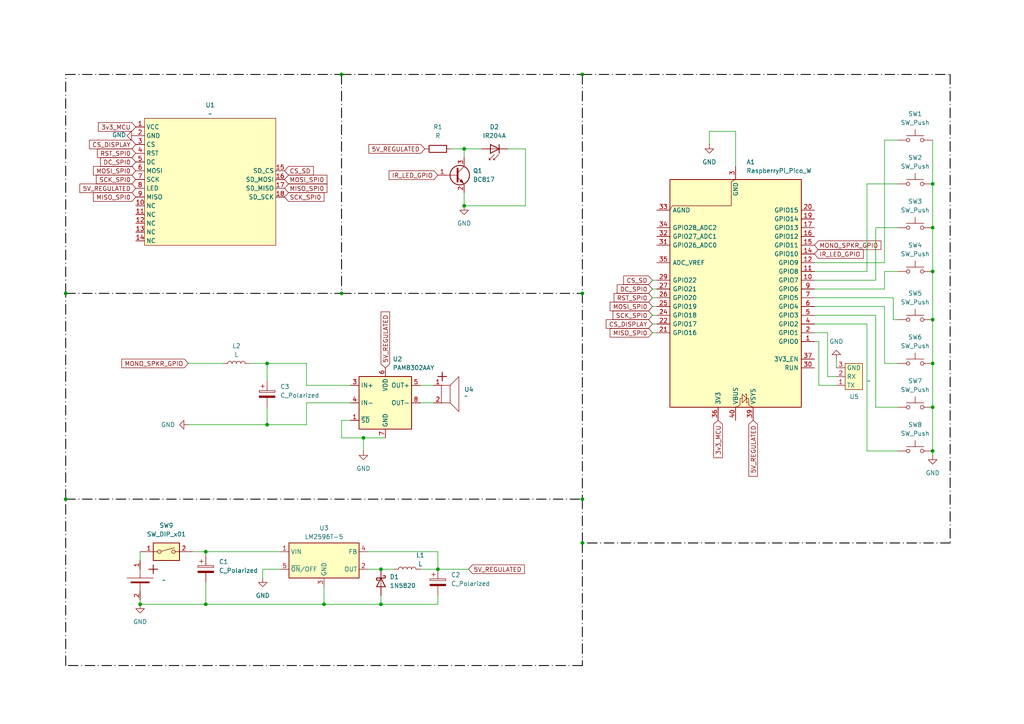
<source format=kicad_sch>
(kicad_sch
	(version 20250114)
	(generator "eeschema")
	(generator_version "9.0")
	(uuid "40a3bbe4-ff99-42e2-b4a4-09cbe993068c")
	(paper "A4")
	(lib_symbols
		(symbol "Amplifier_Audio:PAM8302AAY"
			(exclude_from_sim no)
			(in_bom yes)
			(on_board yes)
			(property "Reference" "U"
				(at 7.62 11.43 0)
				(effects
					(font
						(size 1.27 1.27)
					)
				)
			)
			(property "Value" "PAM8302AAY"
				(at 7.62 8.89 0)
				(effects
					(font
						(size 1.27 1.27)
					)
				)
			)
			(property "Footprint" "Package_DFN_QFN:DFN-8-1EP_3x3mm_P0.65mm_EP1.55x2.4mm"
				(at 0 0 0)
				(effects
					(font
						(size 1.27 1.27)
					)
					(hide yes)
				)
			)
			(property "Datasheet" "https://www.diodes.com/assets/Datasheets/PAM8302A.pdf"
				(at 0 0 0)
				(effects
					(font
						(size 1.27 1.27)
					)
					(hide yes)
				)
			)
			(property "Description" "2.5W Filterless Class-D Mono Audio Amplifier, DFN-8"
				(at 0 0 0)
				(effects
					(font
						(size 1.27 1.27)
					)
					(hide yes)
				)
			)
			(property "ki_keywords" "audio amplifier class d"
				(at 0 0 0)
				(effects
					(font
						(size 1.27 1.27)
					)
					(hide yes)
				)
			)
			(property "ki_fp_filters" "DFN*EP*3x3mm*P0.65mm*"
				(at 0 0 0)
				(effects
					(font
						(size 1.27 1.27)
					)
					(hide yes)
				)
			)
			(symbol "PAM8302AAY_0_1"
				(rectangle
					(start -7.62 7.62)
					(end 7.62 -7.62)
					(stroke
						(width 0.254)
						(type default)
					)
					(fill
						(type background)
					)
				)
			)
			(symbol "PAM8302AAY_1_1"
				(pin input line
					(at -10.16 5.08 0)
					(length 2.54)
					(name "IN+"
						(effects
							(font
								(size 1.27 1.27)
							)
						)
					)
					(number "3"
						(effects
							(font
								(size 1.27 1.27)
							)
						)
					)
				)
				(pin input line
					(at -10.16 0 0)
					(length 2.54)
					(name "IN-"
						(effects
							(font
								(size 1.27 1.27)
							)
						)
					)
					(number "4"
						(effects
							(font
								(size 1.27 1.27)
							)
						)
					)
				)
				(pin input line
					(at -10.16 -5.08 0)
					(length 2.54)
					(name "~{SD}"
						(effects
							(font
								(size 1.27 1.27)
							)
						)
					)
					(number "1"
						(effects
							(font
								(size 1.27 1.27)
							)
						)
					)
				)
				(pin power_in line
					(at 0 10.16 270)
					(length 2.54)
					(name "VDD"
						(effects
							(font
								(size 1.27 1.27)
							)
						)
					)
					(number "6"
						(effects
							(font
								(size 1.27 1.27)
							)
						)
					)
				)
				(pin power_in line
					(at 0 -10.16 90)
					(length 2.54)
					(name "GND"
						(effects
							(font
								(size 1.27 1.27)
							)
						)
					)
					(number "7"
						(effects
							(font
								(size 1.27 1.27)
							)
						)
					)
				)
				(pin no_connect line
					(at 7.62 -5.08 180)
					(length 2.54)
					(hide yes)
					(name "NC"
						(effects
							(font
								(size 1.27 1.27)
							)
						)
					)
					(number "2"
						(effects
							(font
								(size 1.27 1.27)
							)
						)
					)
				)
				(pin output line
					(at 10.16 5.08 180)
					(length 2.54)
					(name "OUT+"
						(effects
							(font
								(size 1.27 1.27)
							)
						)
					)
					(number "5"
						(effects
							(font
								(size 1.27 1.27)
							)
						)
					)
				)
				(pin output line
					(at 10.16 0 180)
					(length 2.54)
					(name "OUT-"
						(effects
							(font
								(size 1.27 1.27)
							)
						)
					)
					(number "8"
						(effects
							(font
								(size 1.27 1.27)
							)
						)
					)
				)
			)
			(embedded_fonts no)
		)
		(symbol "Device:C_Polarized"
			(pin_numbers
				(hide yes)
			)
			(pin_names
				(offset 0.254)
			)
			(exclude_from_sim no)
			(in_bom yes)
			(on_board yes)
			(property "Reference" "C"
				(at 0.635 2.54 0)
				(effects
					(font
						(size 1.27 1.27)
					)
					(justify left)
				)
			)
			(property "Value" "C_Polarized"
				(at 0.635 -2.54 0)
				(effects
					(font
						(size 1.27 1.27)
					)
					(justify left)
				)
			)
			(property "Footprint" ""
				(at 0.9652 -3.81 0)
				(effects
					(font
						(size 1.27 1.27)
					)
					(hide yes)
				)
			)
			(property "Datasheet" "~"
				(at 0 0 0)
				(effects
					(font
						(size 1.27 1.27)
					)
					(hide yes)
				)
			)
			(property "Description" "Polarized capacitor"
				(at 0 0 0)
				(effects
					(font
						(size 1.27 1.27)
					)
					(hide yes)
				)
			)
			(property "ki_keywords" "cap capacitor"
				(at 0 0 0)
				(effects
					(font
						(size 1.27 1.27)
					)
					(hide yes)
				)
			)
			(property "ki_fp_filters" "CP_*"
				(at 0 0 0)
				(effects
					(font
						(size 1.27 1.27)
					)
					(hide yes)
				)
			)
			(symbol "C_Polarized_0_1"
				(rectangle
					(start -2.286 0.508)
					(end 2.286 1.016)
					(stroke
						(width 0)
						(type default)
					)
					(fill
						(type none)
					)
				)
				(polyline
					(pts
						(xy -1.778 2.286) (xy -0.762 2.286)
					)
					(stroke
						(width 0)
						(type default)
					)
					(fill
						(type none)
					)
				)
				(polyline
					(pts
						(xy -1.27 2.794) (xy -1.27 1.778)
					)
					(stroke
						(width 0)
						(type default)
					)
					(fill
						(type none)
					)
				)
				(rectangle
					(start 2.286 -0.508)
					(end -2.286 -1.016)
					(stroke
						(width 0)
						(type default)
					)
					(fill
						(type outline)
					)
				)
			)
			(symbol "C_Polarized_1_1"
				(pin passive line
					(at 0 3.81 270)
					(length 2.794)
					(name "~"
						(effects
							(font
								(size 1.27 1.27)
							)
						)
					)
					(number "1"
						(effects
							(font
								(size 1.27 1.27)
							)
						)
					)
				)
				(pin passive line
					(at 0 -3.81 90)
					(length 2.794)
					(name "~"
						(effects
							(font
								(size 1.27 1.27)
							)
						)
					)
					(number "2"
						(effects
							(font
								(size 1.27 1.27)
							)
						)
					)
				)
			)
			(embedded_fonts no)
		)
		(symbol "Device:L"
			(pin_numbers
				(hide yes)
			)
			(pin_names
				(offset 1.016)
				(hide yes)
			)
			(exclude_from_sim no)
			(in_bom yes)
			(on_board yes)
			(property "Reference" "L"
				(at -1.27 0 90)
				(effects
					(font
						(size 1.27 1.27)
					)
				)
			)
			(property "Value" "L"
				(at 1.905 0 90)
				(effects
					(font
						(size 1.27 1.27)
					)
				)
			)
			(property "Footprint" ""
				(at 0 0 0)
				(effects
					(font
						(size 1.27 1.27)
					)
					(hide yes)
				)
			)
			(property "Datasheet" "~"
				(at 0 0 0)
				(effects
					(font
						(size 1.27 1.27)
					)
					(hide yes)
				)
			)
			(property "Description" "Inductor"
				(at 0 0 0)
				(effects
					(font
						(size 1.27 1.27)
					)
					(hide yes)
				)
			)
			(property "ki_keywords" "inductor choke coil reactor magnetic"
				(at 0 0 0)
				(effects
					(font
						(size 1.27 1.27)
					)
					(hide yes)
				)
			)
			(property "ki_fp_filters" "Choke_* *Coil* Inductor_* L_*"
				(at 0 0 0)
				(effects
					(font
						(size 1.27 1.27)
					)
					(hide yes)
				)
			)
			(symbol "L_0_1"
				(arc
					(start 0 2.54)
					(mid 0.6323 1.905)
					(end 0 1.27)
					(stroke
						(width 0)
						(type default)
					)
					(fill
						(type none)
					)
				)
				(arc
					(start 0 1.27)
					(mid 0.6323 0.635)
					(end 0 0)
					(stroke
						(width 0)
						(type default)
					)
					(fill
						(type none)
					)
				)
				(arc
					(start 0 0)
					(mid 0.6323 -0.635)
					(end 0 -1.27)
					(stroke
						(width 0)
						(type default)
					)
					(fill
						(type none)
					)
				)
				(arc
					(start 0 -1.27)
					(mid 0.6323 -1.905)
					(end 0 -2.54)
					(stroke
						(width 0)
						(type default)
					)
					(fill
						(type none)
					)
				)
			)
			(symbol "L_1_1"
				(pin passive line
					(at 0 3.81 270)
					(length 1.27)
					(name "1"
						(effects
							(font
								(size 1.27 1.27)
							)
						)
					)
					(number "1"
						(effects
							(font
								(size 1.27 1.27)
							)
						)
					)
				)
				(pin passive line
					(at 0 -3.81 90)
					(length 1.27)
					(name "2"
						(effects
							(font
								(size 1.27 1.27)
							)
						)
					)
					(number "2"
						(effects
							(font
								(size 1.27 1.27)
							)
						)
					)
				)
			)
			(embedded_fonts no)
		)
		(symbol "Device:R"
			(pin_numbers
				(hide yes)
			)
			(pin_names
				(offset 0)
			)
			(exclude_from_sim no)
			(in_bom yes)
			(on_board yes)
			(property "Reference" "R"
				(at 2.032 0 90)
				(effects
					(font
						(size 1.27 1.27)
					)
				)
			)
			(property "Value" "R"
				(at 0 0 90)
				(effects
					(font
						(size 1.27 1.27)
					)
				)
			)
			(property "Footprint" ""
				(at -1.778 0 90)
				(effects
					(font
						(size 1.27 1.27)
					)
					(hide yes)
				)
			)
			(property "Datasheet" "~"
				(at 0 0 0)
				(effects
					(font
						(size 1.27 1.27)
					)
					(hide yes)
				)
			)
			(property "Description" "Resistor"
				(at 0 0 0)
				(effects
					(font
						(size 1.27 1.27)
					)
					(hide yes)
				)
			)
			(property "ki_keywords" "R res resistor"
				(at 0 0 0)
				(effects
					(font
						(size 1.27 1.27)
					)
					(hide yes)
				)
			)
			(property "ki_fp_filters" "R_*"
				(at 0 0 0)
				(effects
					(font
						(size 1.27 1.27)
					)
					(hide yes)
				)
			)
			(symbol "R_0_1"
				(rectangle
					(start -1.016 -2.54)
					(end 1.016 2.54)
					(stroke
						(width 0.254)
						(type default)
					)
					(fill
						(type none)
					)
				)
			)
			(symbol "R_1_1"
				(pin passive line
					(at 0 3.81 270)
					(length 1.27)
					(name "~"
						(effects
							(font
								(size 1.27 1.27)
							)
						)
					)
					(number "1"
						(effects
							(font
								(size 1.27 1.27)
							)
						)
					)
				)
				(pin passive line
					(at 0 -3.81 90)
					(length 1.27)
					(name "~"
						(effects
							(font
								(size 1.27 1.27)
							)
						)
					)
					(number "2"
						(effects
							(font
								(size 1.27 1.27)
							)
						)
					)
				)
			)
			(embedded_fonts no)
		)
		(symbol "Diode:1N5820"
			(pin_numbers
				(hide yes)
			)
			(pin_names
				(offset 1.016)
				(hide yes)
			)
			(exclude_from_sim no)
			(in_bom yes)
			(on_board yes)
			(property "Reference" "D"
				(at 0 2.54 0)
				(effects
					(font
						(size 1.27 1.27)
					)
				)
			)
			(property "Value" "1N5820"
				(at 0 -2.54 0)
				(effects
					(font
						(size 1.27 1.27)
					)
				)
			)
			(property "Footprint" "Diode_THT:D_DO-201AD_P15.24mm_Horizontal"
				(at 0 -4.445 0)
				(effects
					(font
						(size 1.27 1.27)
					)
					(hide yes)
				)
			)
			(property "Datasheet" "http://www.vishay.com/docs/88526/1n5820.pdf"
				(at 0 0 0)
				(effects
					(font
						(size 1.27 1.27)
					)
					(hide yes)
				)
			)
			(property "Description" "20V 3A Schottky Barrier Rectifier Diode, DO-201AD"
				(at 0 0 0)
				(effects
					(font
						(size 1.27 1.27)
					)
					(hide yes)
				)
			)
			(property "ki_keywords" "diode Schottky"
				(at 0 0 0)
				(effects
					(font
						(size 1.27 1.27)
					)
					(hide yes)
				)
			)
			(property "ki_fp_filters" "D*DO?201AD*"
				(at 0 0 0)
				(effects
					(font
						(size 1.27 1.27)
					)
					(hide yes)
				)
			)
			(symbol "1N5820_0_1"
				(polyline
					(pts
						(xy -1.905 0.635) (xy -1.905 1.27) (xy -1.27 1.27) (xy -1.27 -1.27) (xy -0.635 -1.27) (xy -0.635 -0.635)
					)
					(stroke
						(width 0.254)
						(type default)
					)
					(fill
						(type none)
					)
				)
				(polyline
					(pts
						(xy 1.27 1.27) (xy 1.27 -1.27) (xy -1.27 0) (xy 1.27 1.27)
					)
					(stroke
						(width 0.254)
						(type default)
					)
					(fill
						(type none)
					)
				)
				(polyline
					(pts
						(xy 1.27 0) (xy -1.27 0)
					)
					(stroke
						(width 0)
						(type default)
					)
					(fill
						(type none)
					)
				)
			)
			(symbol "1N5820_1_1"
				(pin passive line
					(at -3.81 0 0)
					(length 2.54)
					(name "K"
						(effects
							(font
								(size 1.27 1.27)
							)
						)
					)
					(number "1"
						(effects
							(font
								(size 1.27 1.27)
							)
						)
					)
				)
				(pin passive line
					(at 3.81 0 180)
					(length 2.54)
					(name "A"
						(effects
							(font
								(size 1.27 1.27)
							)
						)
					)
					(number "2"
						(effects
							(font
								(size 1.27 1.27)
							)
						)
					)
				)
			)
			(embedded_fonts no)
		)
		(symbol "Display_Modules:3x1_Terminal"
			(exclude_from_sim no)
			(in_bom yes)
			(on_board yes)
			(property "Reference" "U"
				(at 0 0 0)
				(effects
					(font
						(size 1.27 1.27)
					)
				)
			)
			(property "Value" ""
				(at 0 0 0)
				(effects
					(font
						(size 1.27 1.27)
					)
				)
			)
			(property "Footprint" ""
				(at 0 0 0)
				(effects
					(font
						(size 1.27 1.27)
					)
					(hide yes)
				)
			)
			(property "Datasheet" ""
				(at 0 0 0)
				(effects
					(font
						(size 1.27 1.27)
					)
					(hide yes)
				)
			)
			(property "Description" ""
				(at 0 0 0)
				(effects
					(font
						(size 1.27 1.27)
					)
					(hide yes)
				)
			)
			(symbol "3x1_Terminal_1_1"
				(rectangle
					(start -3.81 6.35)
					(end 3.81 1.27)
					(stroke
						(width 0)
						(type solid)
					)
					(fill
						(type color)
						(color 255 255 194 1)
					)
				)
				(pin input line
					(at -2.54 8.89 270)
					(length 2.54)
					(name "TX"
						(effects
							(font
								(size 1.27 1.27)
							)
						)
					)
					(number "1"
						(effects
							(font
								(size 1.27 1.27)
							)
						)
					)
				)
				(pin input line
					(at 0 8.89 270)
					(length 2.54)
					(name "RX"
						(effects
							(font
								(size 1.27 1.27)
							)
						)
					)
					(number "2"
						(effects
							(font
								(size 1.27 1.27)
							)
						)
					)
				)
				(pin input line
					(at 2.54 8.89 270)
					(length 2.54)
					(name "GND"
						(effects
							(font
								(size 1.27 1.27)
							)
						)
					)
					(number "3"
						(effects
							(font
								(size 1.27 1.27)
							)
						)
					)
				)
			)
			(embedded_fonts no)
		)
		(symbol "Display_Modules:ILI9341_Disp_Module"
			(exclude_from_sim no)
			(in_bom yes)
			(on_board yes)
			(property "Reference" "U"
				(at 18.288 -21.336 0)
				(effects
					(font
						(size 1.27 1.27)
					)
				)
			)
			(property "Value" ""
				(at 0 0 0)
				(effects
					(font
						(size 1.27 1.27)
					)
				)
			)
			(property "Footprint" "Display_Module:ILI9341_Module"
				(at 0 0 0)
				(effects
					(font
						(size 1.27 1.27)
					)
					(hide yes)
				)
			)
			(property "Datasheet" ""
				(at 0 0 0)
				(effects
					(font
						(size 1.27 1.27)
					)
					(hide yes)
				)
			)
			(property "Description" ""
				(at 0 0 0)
				(effects
					(font
						(size 1.27 1.27)
					)
					(hide yes)
				)
			)
			(symbol "ILI9341_Disp_Module_0_1"
				(rectangle
					(start -19.05 17.78)
					(end 19.05 -19.05)
					(stroke
						(width 0)
						(type default)
					)
					(fill
						(type color)
						(color 255 255 194 1)
					)
				)
			)
			(symbol "ILI9341_Disp_Module_1_1"
				(pin input line
					(at -21.59 15.24 0)
					(length 2.54)
					(name "VCC"
						(effects
							(font
								(size 1.27 1.27)
							)
						)
					)
					(number "1"
						(effects
							(font
								(size 1.27 1.27)
							)
						)
					)
				)
				(pin input line
					(at -21.59 12.7 0)
					(length 2.54)
					(name "GND"
						(effects
							(font
								(size 1.27 1.27)
							)
						)
					)
					(number "2"
						(effects
							(font
								(size 1.27 1.27)
							)
						)
					)
				)
				(pin input line
					(at -21.59 10.16 0)
					(length 2.54)
					(name "CS"
						(effects
							(font
								(size 1.27 1.27)
							)
						)
					)
					(number "3"
						(effects
							(font
								(size 1.27 1.27)
							)
						)
					)
				)
				(pin input line
					(at -21.59 7.62 0)
					(length 2.54)
					(name "RST"
						(effects
							(font
								(size 1.27 1.27)
							)
						)
					)
					(number "4"
						(effects
							(font
								(size 1.27 1.27)
							)
						)
					)
				)
				(pin input line
					(at -21.59 5.08 0)
					(length 2.54)
					(name "DC"
						(effects
							(font
								(size 1.27 1.27)
							)
						)
					)
					(number "5"
						(effects
							(font
								(size 1.27 1.27)
							)
						)
					)
				)
				(pin input line
					(at -21.59 2.54 0)
					(length 2.54)
					(name "MOSI"
						(effects
							(font
								(size 1.27 1.27)
							)
						)
					)
					(number "6"
						(effects
							(font
								(size 1.27 1.27)
							)
						)
					)
				)
				(pin input line
					(at -21.59 0 0)
					(length 2.54)
					(name "SCK"
						(effects
							(font
								(size 1.27 1.27)
							)
						)
					)
					(number "7"
						(effects
							(font
								(size 1.27 1.27)
							)
						)
					)
				)
				(pin input line
					(at -21.59 -2.54 0)
					(length 2.54)
					(name "LED"
						(effects
							(font
								(size 1.27 1.27)
							)
						)
					)
					(number "8"
						(effects
							(font
								(size 1.27 1.27)
							)
						)
					)
				)
				(pin output line
					(at -21.59 -5.08 0)
					(length 2.54)
					(name "MISO"
						(effects
							(font
								(size 1.27 1.27)
							)
						)
					)
					(number "9"
						(effects
							(font
								(size 1.27 1.27)
							)
						)
					)
				)
				(pin input line
					(at -21.59 -7.62 0)
					(length 2.54)
					(name "NC"
						(effects
							(font
								(size 1.27 1.27)
							)
						)
					)
					(number "10"
						(effects
							(font
								(size 1.27 1.27)
							)
						)
					)
				)
				(pin input line
					(at -21.59 -10.16 0)
					(length 2.54)
					(name "NC"
						(effects
							(font
								(size 1.27 1.27)
							)
						)
					)
					(number "11"
						(effects
							(font
								(size 1.27 1.27)
							)
						)
					)
				)
				(pin input line
					(at -21.59 -12.7 0)
					(length 2.54)
					(name "NC"
						(effects
							(font
								(size 1.27 1.27)
							)
						)
					)
					(number "12"
						(effects
							(font
								(size 1.27 1.27)
							)
						)
					)
				)
				(pin input line
					(at -21.59 -15.24 0)
					(length 2.54)
					(name "NC"
						(effects
							(font
								(size 1.27 1.27)
							)
						)
					)
					(number "13"
						(effects
							(font
								(size 1.27 1.27)
							)
						)
					)
				)
				(pin input line
					(at -21.59 -17.78 0)
					(length 2.54)
					(name "NC"
						(effects
							(font
								(size 1.27 1.27)
							)
						)
					)
					(number "14"
						(effects
							(font
								(size 1.27 1.27)
							)
						)
					)
				)
				(pin input line
					(at 21.59 2.54 180)
					(length 2.54)
					(name "SD_CS"
						(effects
							(font
								(size 1.27 1.27)
							)
						)
					)
					(number "15"
						(effects
							(font
								(size 1.27 1.27)
							)
						)
					)
				)
				(pin input line
					(at 21.59 0 180)
					(length 2.54)
					(name "SD_MOSI"
						(effects
							(font
								(size 1.27 1.27)
							)
						)
					)
					(number "16"
						(effects
							(font
								(size 1.27 1.27)
							)
						)
					)
				)
				(pin output line
					(at 21.59 -2.54 180)
					(length 2.54)
					(name "SD_MISO"
						(effects
							(font
								(size 1.27 1.27)
							)
						)
					)
					(number "17"
						(effects
							(font
								(size 1.27 1.27)
							)
						)
					)
				)
				(pin input line
					(at 21.59 -5.08 180)
					(length 2.54)
					(name "SD_SCK"
						(effects
							(font
								(size 1.27 1.27)
							)
						)
					)
					(number "18"
						(effects
							(font
								(size 1.27 1.27)
							)
						)
					)
				)
			)
			(embedded_fonts no)
		)
		(symbol "LED:IR204A"
			(pin_numbers
				(hide yes)
			)
			(pin_names
				(offset 1.016)
				(hide yes)
			)
			(exclude_from_sim no)
			(in_bom yes)
			(on_board yes)
			(property "Reference" "D"
				(at 0.508 1.778 0)
				(effects
					(font
						(size 1.27 1.27)
					)
					(justify left)
				)
			)
			(property "Value" "IR204A"
				(at -1.016 -2.794 0)
				(effects
					(font
						(size 1.27 1.27)
					)
				)
			)
			(property "Footprint" "LED_THT:LED_D3.0mm_IRBlack"
				(at 0 4.445 0)
				(effects
					(font
						(size 1.27 1.27)
					)
					(hide yes)
				)
			)
			(property "Datasheet" "http://www.everlight.com/file/ProductFile/IR204-A.pdf"
				(at -1.27 0 0)
				(effects
					(font
						(size 1.27 1.27)
					)
					(hide yes)
				)
			)
			(property "Description" "Infrared LED , 3mm LED package"
				(at 0 0 0)
				(effects
					(font
						(size 1.27 1.27)
					)
					(hide yes)
				)
			)
			(property "ki_keywords" "opto IR LED"
				(at 0 0 0)
				(effects
					(font
						(size 1.27 1.27)
					)
					(hide yes)
				)
			)
			(property "ki_fp_filters" "LED*3.0mm*IRBlack*"
				(at 0 0 0)
				(effects
					(font
						(size 1.27 1.27)
					)
					(hide yes)
				)
			)
			(symbol "IR204A_0_1"
				(polyline
					(pts
						(xy -2.54 1.27) (xy -2.54 -1.27)
					)
					(stroke
						(width 0.254)
						(type default)
					)
					(fill
						(type none)
					)
				)
				(polyline
					(pts
						(xy -2.413 1.651) (xy -0.889 3.175) (xy -0.889 2.667) (xy -0.889 3.175) (xy -1.397 3.175)
					)
					(stroke
						(width 0)
						(type default)
					)
					(fill
						(type none)
					)
				)
				(polyline
					(pts
						(xy -1.143 1.651) (xy 0.381 3.175) (xy 0.381 2.667)
					)
					(stroke
						(width 0)
						(type default)
					)
					(fill
						(type none)
					)
				)
				(polyline
					(pts
						(xy 0 1.27) (xy -2.54 0) (xy 0 -1.27) (xy 0 1.27)
					)
					(stroke
						(width 0.254)
						(type default)
					)
					(fill
						(type none)
					)
				)
				(polyline
					(pts
						(xy 0 0) (xy -2.54 0)
					)
					(stroke
						(width 0)
						(type default)
					)
					(fill
						(type none)
					)
				)
				(polyline
					(pts
						(xy 0.381 3.175) (xy -0.127 3.175)
					)
					(stroke
						(width 0)
						(type default)
					)
					(fill
						(type none)
					)
				)
			)
			(symbol "IR204A_1_1"
				(pin passive line
					(at -5.08 0 0)
					(length 2.54)
					(name "K"
						(effects
							(font
								(size 1.27 1.27)
							)
						)
					)
					(number "1"
						(effects
							(font
								(size 1.27 1.27)
							)
						)
					)
				)
				(pin passive line
					(at 2.54 0 180)
					(length 2.54)
					(name "A"
						(effects
							(font
								(size 1.27 1.27)
							)
						)
					)
					(number "2"
						(effects
							(font
								(size 1.27 1.27)
							)
						)
					)
				)
			)
			(embedded_fonts no)
		)
		(symbol "MCU_Module:RaspberryPi_Pico_W"
			(pin_names
				(offset 0.762)
			)
			(exclude_from_sim no)
			(in_bom yes)
			(on_board yes)
			(property "Reference" "A"
				(at -19.05 35.56 0)
				(effects
					(font
						(size 1.27 1.27)
					)
					(justify left)
				)
			)
			(property "Value" "RaspberryPi_Pico_W"
				(at 7.62 35.56 0)
				(effects
					(font
						(size 1.27 1.27)
					)
					(justify left)
				)
			)
			(property "Footprint" "Module:RaspberryPi_Pico_W_SMD_HandSolder"
				(at 0 -46.99 0)
				(effects
					(font
						(size 1.27 1.27)
					)
					(hide yes)
				)
			)
			(property "Datasheet" "https://datasheets.raspberrypi.com/picow/pico-w-datasheet.pdf"
				(at 0 -49.53 0)
				(effects
					(font
						(size 1.27 1.27)
					)
					(hide yes)
				)
			)
			(property "Description" "Versatile and inexpensive wireless microcontroller module powered by RP2040 dual-core Arm Cortex-M0+ processor up to 133 MHz, 264kB SRAM, 2MB QSPI flash, Infineon CYW43439 2.4GHz 802.11n wireless LAN; also supports Raspberry Pi Pico 2 W"
				(at 0 -52.07 0)
				(effects
					(font
						(size 1.27 1.27)
					)
					(hide yes)
				)
			)
			(property "ki_keywords" "RP2350A M33 RISC-V Hazard3 usb wifi bluetooth"
				(at 0 0 0)
				(effects
					(font
						(size 1.27 1.27)
					)
					(hide yes)
				)
			)
			(property "ki_fp_filters" "RaspberryPi?Pico?Common* RaspberryPi?Pico?W?SMD*"
				(at 0 0 0)
				(effects
					(font
						(size 1.27 1.27)
					)
					(hide yes)
				)
			)
			(symbol "RaspberryPi_Pico_W_0_1"
				(rectangle
					(start -19.05 34.29)
					(end 19.05 -31.75)
					(stroke
						(width 0.254)
						(type default)
					)
					(fill
						(type background)
					)
				)
				(polyline
					(pts
						(xy -5.08 34.29) (xy -3.81 33.655) (xy -3.81 31.75) (xy -3.175 31.75)
					)
					(stroke
						(width 0)
						(type default)
					)
					(fill
						(type none)
					)
				)
				(polyline
					(pts
						(xy -3.429 32.766) (xy -3.429 33.02) (xy -3.175 33.02) (xy -3.175 30.48) (xy -2.921 30.48) (xy -2.921 30.734)
					)
					(stroke
						(width 0)
						(type default)
					)
					(fill
						(type none)
					)
				)
				(polyline
					(pts
						(xy -3.175 31.75) (xy -1.905 33.02) (xy -1.905 30.48) (xy -3.175 31.75)
					)
					(stroke
						(width 0)
						(type default)
					)
					(fill
						(type none)
					)
				)
				(polyline
					(pts
						(xy 0 34.29) (xy -1.27 33.655) (xy -1.27 31.75) (xy -1.905 31.75)
					)
					(stroke
						(width 0)
						(type default)
					)
					(fill
						(type none)
					)
				)
				(polyline
					(pts
						(xy 0 -31.75) (xy 1.27 -31.115) (xy 1.27 -24.13) (xy 18.415 -24.13) (xy 19.05 -22.86)
					)
					(stroke
						(width 0)
						(type default)
					)
					(fill
						(type none)
					)
				)
			)
			(symbol "RaspberryPi_Pico_W_1_1"
				(pin passive line
					(at -22.86 22.86 0)
					(length 3.81)
					(name "RUN"
						(effects
							(font
								(size 1.27 1.27)
							)
						)
					)
					(number "30"
						(effects
							(font
								(size 1.27 1.27)
							)
						)
					)
					(alternate "~{RESET}" passive line)
				)
				(pin passive line
					(at -22.86 20.32 0)
					(length 3.81)
					(name "3V3_EN"
						(effects
							(font
								(size 1.27 1.27)
							)
						)
					)
					(number "37"
						(effects
							(font
								(size 1.27 1.27)
							)
						)
					)
					(alternate "~{3V3_DISABLE}" passive line)
				)
				(pin bidirectional line
					(at -22.86 15.24 0)
					(length 3.81)
					(name "GPIO0"
						(effects
							(font
								(size 1.27 1.27)
							)
						)
					)
					(number "1"
						(effects
							(font
								(size 1.27 1.27)
							)
						)
					)
					(alternate "I2C0_SDA" bidirectional line)
					(alternate "PWM0_A" output line)
					(alternate "SPI0_RX" input line)
					(alternate "UART0_TX" output line)
					(alternate "USB_OVCUR_DET" input line)
				)
				(pin bidirectional line
					(at -22.86 12.7 0)
					(length 3.81)
					(name "GPIO1"
						(effects
							(font
								(size 1.27 1.27)
							)
						)
					)
					(number "2"
						(effects
							(font
								(size 1.27 1.27)
							)
						)
					)
					(alternate "I2C0_SCL" bidirectional clock)
					(alternate "PWM0_B" bidirectional line)
					(alternate "UART0_RX" input line)
					(alternate "USB_VBUS_DET" passive line)
					(alternate "~{SPI0_CSn}" bidirectional line)
				)
				(pin bidirectional line
					(at -22.86 10.16 0)
					(length 3.81)
					(name "GPIO2"
						(effects
							(font
								(size 1.27 1.27)
							)
						)
					)
					(number "4"
						(effects
							(font
								(size 1.27 1.27)
							)
						)
					)
					(alternate "I2C1_SDA" bidirectional line)
					(alternate "PWM1_A" output line)
					(alternate "SPI0_SCK" bidirectional clock)
					(alternate "UART0_CTS" input line)
					(alternate "USB_VBUS_EN" output line)
				)
				(pin bidirectional line
					(at -22.86 7.62 0)
					(length 3.81)
					(name "GPIO3"
						(effects
							(font
								(size 1.27 1.27)
							)
						)
					)
					(number "5"
						(effects
							(font
								(size 1.27 1.27)
							)
						)
					)
					(alternate "I2C1_SCL" bidirectional clock)
					(alternate "PWM1_B" bidirectional line)
					(alternate "SPI0_TX" output line)
					(alternate "UART0_RTS" output line)
					(alternate "USB_OVCUR_DET" input line)
				)
				(pin bidirectional line
					(at -22.86 5.08 0)
					(length 3.81)
					(name "GPIO4"
						(effects
							(font
								(size 1.27 1.27)
							)
						)
					)
					(number "6"
						(effects
							(font
								(size 1.27 1.27)
							)
						)
					)
					(alternate "I2C0_SDA" bidirectional line)
					(alternate "PWM2_A" output line)
					(alternate "SPI0_RX" input line)
					(alternate "UART1_TX" output line)
					(alternate "USB_VBUS_DET" input line)
				)
				(pin bidirectional line
					(at -22.86 2.54 0)
					(length 3.81)
					(name "GPIO5"
						(effects
							(font
								(size 1.27 1.27)
							)
						)
					)
					(number "7"
						(effects
							(font
								(size 1.27 1.27)
							)
						)
					)
					(alternate "I2C0_SCL" bidirectional clock)
					(alternate "PWM2_B" bidirectional line)
					(alternate "UART1_RX" input line)
					(alternate "USB_VBUS_EN" output line)
					(alternate "~{SPI0_CSn}" bidirectional line)
				)
				(pin bidirectional line
					(at -22.86 0 0)
					(length 3.81)
					(name "GPIO6"
						(effects
							(font
								(size 1.27 1.27)
							)
						)
					)
					(number "9"
						(effects
							(font
								(size 1.27 1.27)
							)
						)
					)
					(alternate "I2C1_SDA" bidirectional line)
					(alternate "PWM3_A" output line)
					(alternate "SPI0_SCK" bidirectional clock)
					(alternate "UART1_CTS" input line)
					(alternate "USB_OVCUR_DET" input line)
				)
				(pin bidirectional line
					(at -22.86 -2.54 0)
					(length 3.81)
					(name "GPIO7"
						(effects
							(font
								(size 1.27 1.27)
							)
						)
					)
					(number "10"
						(effects
							(font
								(size 1.27 1.27)
							)
						)
					)
					(alternate "I2C1_SCL" bidirectional clock)
					(alternate "PWM3_B" bidirectional line)
					(alternate "SPI0_TX" output line)
					(alternate "UART1_RTS" output line)
					(alternate "USB_VBUS_DET" input line)
				)
				(pin bidirectional line
					(at -22.86 -5.08 0)
					(length 3.81)
					(name "GPIO8"
						(effects
							(font
								(size 1.27 1.27)
							)
						)
					)
					(number "11"
						(effects
							(font
								(size 1.27 1.27)
							)
						)
					)
					(alternate "I2C0_SDA" bidirectional line)
					(alternate "PWM4_A" output line)
					(alternate "SPI1_RX" input line)
					(alternate "UART1_TX" output line)
					(alternate "USB_VBUS_EN" output line)
				)
				(pin bidirectional line
					(at -22.86 -7.62 0)
					(length 3.81)
					(name "GPIO9"
						(effects
							(font
								(size 1.27 1.27)
							)
						)
					)
					(number "12"
						(effects
							(font
								(size 1.27 1.27)
							)
						)
					)
					(alternate "I2C0_SCL" bidirectional clock)
					(alternate "PWM4_B" bidirectional line)
					(alternate "UART1_RX" input line)
					(alternate "USB_OVCUR_DET" input line)
					(alternate "~{SPI1_CSn}" bidirectional line)
				)
				(pin bidirectional line
					(at -22.86 -10.16 0)
					(length 3.81)
					(name "GPIO10"
						(effects
							(font
								(size 1.27 1.27)
							)
						)
					)
					(number "14"
						(effects
							(font
								(size 1.27 1.27)
							)
						)
					)
					(alternate "I2C1_SDA" bidirectional line)
					(alternate "PWM5_A" output line)
					(alternate "SPI1_SCK" bidirectional clock)
					(alternate "UART1_CTS" input line)
					(alternate "USB_VBUS_DET" input line)
				)
				(pin bidirectional line
					(at -22.86 -12.7 0)
					(length 3.81)
					(name "GPIO11"
						(effects
							(font
								(size 1.27 1.27)
							)
						)
					)
					(number "15"
						(effects
							(font
								(size 1.27 1.27)
							)
						)
					)
					(alternate "I2C1_SCL" bidirectional clock)
					(alternate "PWM5_B" bidirectional line)
					(alternate "SPI1_TX" output line)
					(alternate "UART1_RTS" output line)
					(alternate "USB_VBUS_EN" output line)
				)
				(pin bidirectional line
					(at -22.86 -15.24 0)
					(length 3.81)
					(name "GPIO12"
						(effects
							(font
								(size 1.27 1.27)
							)
						)
					)
					(number "16"
						(effects
							(font
								(size 1.27 1.27)
							)
						)
					)
					(alternate "I2C0_SDA" bidirectional line)
					(alternate "PWM6_A" output line)
					(alternate "SPI1_RX" input line)
					(alternate "UART0_TX" output line)
					(alternate "USB_OVCUR_DET" input line)
				)
				(pin bidirectional line
					(at -22.86 -17.78 0)
					(length 3.81)
					(name "GPIO13"
						(effects
							(font
								(size 1.27 1.27)
							)
						)
					)
					(number "17"
						(effects
							(font
								(size 1.27 1.27)
							)
						)
					)
					(alternate "I2C0_SCL" bidirectional clock)
					(alternate "PWM6_B" bidirectional line)
					(alternate "UART0_RX" input line)
					(alternate "USB_VBUS_DET" input line)
					(alternate "~{SPI1_CSn}" bidirectional line)
				)
				(pin bidirectional line
					(at -22.86 -20.32 0)
					(length 3.81)
					(name "GPIO14"
						(effects
							(font
								(size 1.27 1.27)
							)
						)
					)
					(number "19"
						(effects
							(font
								(size 1.27 1.27)
							)
						)
					)
					(alternate "I2C1_SDA" bidirectional line)
					(alternate "PWM7_A" output line)
					(alternate "SPI1_SCK" bidirectional clock)
					(alternate "UART0_CTS" input line)
					(alternate "USB_VBUS_EN" output line)
				)
				(pin bidirectional line
					(at -22.86 -22.86 0)
					(length 3.81)
					(name "GPIO15"
						(effects
							(font
								(size 1.27 1.27)
							)
						)
					)
					(number "20"
						(effects
							(font
								(size 1.27 1.27)
							)
						)
					)
					(alternate "I2C1_SCL" bidirectional clock)
					(alternate "PWM7_B" bidirectional line)
					(alternate "SPI1_TX" output line)
					(alternate "UART0_RTS" output line)
					(alternate "USB_OVCUR_DET" input line)
				)
				(pin power_in line
					(at -5.08 38.1 270)
					(length 3.81)
					(name "VSYS"
						(effects
							(font
								(size 1.27 1.27)
							)
						)
					)
					(number "39"
						(effects
							(font
								(size 1.27 1.27)
							)
						)
					)
					(alternate "VSYS_OUT" power_out line)
				)
				(pin power_out line
					(at 0 38.1 270)
					(length 3.81)
					(name "VBUS"
						(effects
							(font
								(size 1.27 1.27)
							)
						)
					)
					(number "40"
						(effects
							(font
								(size 1.27 1.27)
							)
						)
					)
					(alternate "VBUS_IN" power_in line)
				)
				(pin passive line
					(at 0 -35.56 90)
					(length 3.81)
					(hide yes)
					(name "GND"
						(effects
							(font
								(size 1.27 1.27)
							)
						)
					)
					(number "13"
						(effects
							(font
								(size 1.27 1.27)
							)
						)
					)
				)
				(pin passive line
					(at 0 -35.56 90)
					(length 3.81)
					(hide yes)
					(name "GND"
						(effects
							(font
								(size 1.27 1.27)
							)
						)
					)
					(number "18"
						(effects
							(font
								(size 1.27 1.27)
							)
						)
					)
				)
				(pin passive line
					(at 0 -35.56 90)
					(length 3.81)
					(hide yes)
					(name "GND"
						(effects
							(font
								(size 1.27 1.27)
							)
						)
					)
					(number "23"
						(effects
							(font
								(size 1.27 1.27)
							)
						)
					)
				)
				(pin passive line
					(at 0 -35.56 90)
					(length 3.81)
					(hide yes)
					(name "GND"
						(effects
							(font
								(size 1.27 1.27)
							)
						)
					)
					(number "28"
						(effects
							(font
								(size 1.27 1.27)
							)
						)
					)
				)
				(pin power_out line
					(at 0 -35.56 90)
					(length 3.81)
					(name "GND"
						(effects
							(font
								(size 1.27 1.27)
							)
						)
					)
					(number "3"
						(effects
							(font
								(size 1.27 1.27)
							)
						)
					)
					(alternate "GND_IN" power_in line)
				)
				(pin passive line
					(at 0 -35.56 90)
					(length 3.81)
					(hide yes)
					(name "GND"
						(effects
							(font
								(size 1.27 1.27)
							)
						)
					)
					(number "38"
						(effects
							(font
								(size 1.27 1.27)
							)
						)
					)
				)
				(pin passive line
					(at 0 -35.56 90)
					(length 3.81)
					(hide yes)
					(name "GND"
						(effects
							(font
								(size 1.27 1.27)
							)
						)
					)
					(number "8"
						(effects
							(font
								(size 1.27 1.27)
							)
						)
					)
				)
				(pin power_out line
					(at 5.08 38.1 270)
					(length 3.81)
					(name "3V3"
						(effects
							(font
								(size 1.27 1.27)
							)
						)
					)
					(number "36"
						(effects
							(font
								(size 1.27 1.27)
							)
						)
					)
				)
				(pin bidirectional line
					(at 22.86 12.7 180)
					(length 3.81)
					(name "GPIO16"
						(effects
							(font
								(size 1.27 1.27)
							)
						)
					)
					(number "21"
						(effects
							(font
								(size 1.27 1.27)
							)
						)
					)
					(alternate "I2C0_SDA" bidirectional line)
					(alternate "PWM0_A" output line)
					(alternate "SPI0_RX" input line)
					(alternate "UART0_TX" output line)
					(alternate "USB_VBUS_DET" input line)
				)
				(pin bidirectional line
					(at 22.86 10.16 180)
					(length 3.81)
					(name "GPIO17"
						(effects
							(font
								(size 1.27 1.27)
							)
						)
					)
					(number "22"
						(effects
							(font
								(size 1.27 1.27)
							)
						)
					)
					(alternate "I2C0_SCL" bidirectional clock)
					(alternate "PWM0_B" bidirectional line)
					(alternate "UART0_RX" input line)
					(alternate "USB_VBUS_EN" output line)
					(alternate "~{SPI0_CSn}" bidirectional line)
				)
				(pin bidirectional line
					(at 22.86 7.62 180)
					(length 3.81)
					(name "GPIO18"
						(effects
							(font
								(size 1.27 1.27)
							)
						)
					)
					(number "24"
						(effects
							(font
								(size 1.27 1.27)
							)
						)
					)
					(alternate "I2C1_SDA" bidirectional line)
					(alternate "PWM1_A" output line)
					(alternate "SPI0_SCK" bidirectional clock)
					(alternate "UART0_CTS" input line)
					(alternate "USB_OVCUR_DET" input line)
				)
				(pin bidirectional line
					(at 22.86 5.08 180)
					(length 3.81)
					(name "GPIO19"
						(effects
							(font
								(size 1.27 1.27)
							)
						)
					)
					(number "25"
						(effects
							(font
								(size 1.27 1.27)
							)
						)
					)
					(alternate "I2C1_SCL" bidirectional clock)
					(alternate "PWM1_B" bidirectional line)
					(alternate "SPI0_TX" output line)
					(alternate "UART0_RTS" output line)
					(alternate "USB_VBUS_DET" input line)
				)
				(pin bidirectional line
					(at 22.86 2.54 180)
					(length 3.81)
					(name "GPIO20"
						(effects
							(font
								(size 1.27 1.27)
							)
						)
					)
					(number "26"
						(effects
							(font
								(size 1.27 1.27)
							)
						)
					)
					(alternate "CLOCK_GPIN0" input clock)
					(alternate "I2C0_SDA" bidirectional line)
					(alternate "PWM2_A" output line)
					(alternate "SPI0_RX" input line)
					(alternate "UART1_TX" output line)
					(alternate "USB_VBUS_EN" output line)
				)
				(pin bidirectional line
					(at 22.86 0 180)
					(length 3.81)
					(name "GPIO21"
						(effects
							(font
								(size 1.27 1.27)
							)
						)
					)
					(number "27"
						(effects
							(font
								(size 1.27 1.27)
							)
						)
					)
					(alternate "CLOCK_GPOUT0" output clock)
					(alternate "I2C0_SCL" bidirectional clock)
					(alternate "PWM2_B" bidirectional line)
					(alternate "UART1_RX" input line)
					(alternate "USB_OVCUR_DET" input line)
					(alternate "~{SPI0_CSn}" bidirectional line)
				)
				(pin bidirectional line
					(at 22.86 -2.54 180)
					(length 3.81)
					(name "GPIO22"
						(effects
							(font
								(size 1.27 1.27)
							)
						)
					)
					(number "29"
						(effects
							(font
								(size 1.27 1.27)
							)
						)
					)
					(alternate "CLOCK_GPIN1" input clock)
					(alternate "I2C1_SDA" bidirectional line)
					(alternate "PWM3_A" output line)
					(alternate "SPI0_SCK" bidirectional clock)
					(alternate "UART1_CTS" input line)
					(alternate "USB_VBUS_DET" input line)
				)
				(pin power_in line
					(at 22.86 -7.62 180)
					(length 3.81)
					(name "ADC_VREF"
						(effects
							(font
								(size 1.27 1.27)
							)
						)
					)
					(number "35"
						(effects
							(font
								(size 1.27 1.27)
							)
						)
					)
				)
				(pin bidirectional line
					(at 22.86 -12.7 180)
					(length 3.81)
					(name "GPIO26_ADC0"
						(effects
							(font
								(size 1.27 1.27)
							)
						)
					)
					(number "31"
						(effects
							(font
								(size 1.27 1.27)
							)
						)
					)
					(alternate "ADC0" input line)
					(alternate "GPIO26" bidirectional line)
					(alternate "I2C1_SDA" bidirectional line)
					(alternate "PWM5_A" output line)
					(alternate "SPI1_SCK" bidirectional clock)
					(alternate "UART1_CTS" input line)
					(alternate "USB_VBUS_EN" output line)
				)
				(pin bidirectional line
					(at 22.86 -15.24 180)
					(length 3.81)
					(name "GPIO27_ADC1"
						(effects
							(font
								(size 1.27 1.27)
							)
						)
					)
					(number "32"
						(effects
							(font
								(size 1.27 1.27)
							)
						)
					)
					(alternate "ADC1" input line)
					(alternate "GPIO27" bidirectional line)
					(alternate "I2C1_SCL" bidirectional clock)
					(alternate "PWM5_B" bidirectional line)
					(alternate "SPI1_TX" output line)
					(alternate "UART1_RTS" output line)
					(alternate "USB_OVCUR_DET" input line)
				)
				(pin bidirectional line
					(at 22.86 -17.78 180)
					(length 3.81)
					(name "GPIO28_ADC2"
						(effects
							(font
								(size 1.27 1.27)
							)
						)
					)
					(number "34"
						(effects
							(font
								(size 1.27 1.27)
							)
						)
					)
					(alternate "ADC2" input line)
					(alternate "GPIO28" bidirectional line)
					(alternate "I2C0_SDA" bidirectional line)
					(alternate "PWM6_A" output line)
					(alternate "SPI1_RX" input line)
					(alternate "UART0_TX" output line)
					(alternate "USB_VBUS_DET" input line)
				)
				(pin power_out line
					(at 22.86 -22.86 180)
					(length 3.81)
					(name "AGND"
						(effects
							(font
								(size 1.27 1.27)
							)
						)
					)
					(number "33"
						(effects
							(font
								(size 1.27 1.27)
							)
						)
					)
					(alternate "GND" passive line)
				)
			)
			(embedded_fonts no)
		)
		(symbol "Regulator_Switching:LM2596T-5"
			(exclude_from_sim no)
			(in_bom yes)
			(on_board yes)
			(property "Reference" "U"
				(at -10.16 6.35 0)
				(effects
					(font
						(size 1.27 1.27)
					)
					(justify left)
				)
			)
			(property "Value" "LM2596T-5"
				(at 0 6.35 0)
				(effects
					(font
						(size 1.27 1.27)
					)
					(justify left)
				)
			)
			(property "Footprint" "Package_TO_SOT_THT:TO-220-5_P3.4x3.7mm_StaggerOdd_Lead3.8mm_Vertical"
				(at 1.27 -6.35 0)
				(effects
					(font
						(size 1.27 1.27)
						(italic yes)
					)
					(justify left)
					(hide yes)
				)
			)
			(property "Datasheet" "http://www.ti.com/lit/ds/symlink/lm2596.pdf"
				(at 0 0 0)
				(effects
					(font
						(size 1.27 1.27)
					)
					(hide yes)
				)
			)
			(property "Description" "5V 3A 150kHz Step-Down Voltage Regulator, TO-220"
				(at 0 0 0)
				(effects
					(font
						(size 1.27 1.27)
					)
					(hide yes)
				)
			)
			(property "ki_keywords" "Step-Down Voltage Regulator 5V 3A"
				(at 0 0 0)
				(effects
					(font
						(size 1.27 1.27)
					)
					(hide yes)
				)
			)
			(property "ki_fp_filters" "TO?220*"
				(at 0 0 0)
				(effects
					(font
						(size 1.27 1.27)
					)
					(hide yes)
				)
			)
			(symbol "LM2596T-5_0_1"
				(rectangle
					(start -10.16 5.08)
					(end 10.16 -5.08)
					(stroke
						(width 0.254)
						(type default)
					)
					(fill
						(type background)
					)
				)
			)
			(symbol "LM2596T-5_1_1"
				(pin power_in line
					(at -12.7 2.54 0)
					(length 2.54)
					(name "VIN"
						(effects
							(font
								(size 1.27 1.27)
							)
						)
					)
					(number "1"
						(effects
							(font
								(size 1.27 1.27)
							)
						)
					)
				)
				(pin input line
					(at -12.7 -2.54 0)
					(length 2.54)
					(name "~{ON}/OFF"
						(effects
							(font
								(size 1.27 1.27)
							)
						)
					)
					(number "5"
						(effects
							(font
								(size 1.27 1.27)
							)
						)
					)
				)
				(pin power_in line
					(at 0 -7.62 90)
					(length 2.54)
					(name "GND"
						(effects
							(font
								(size 1.27 1.27)
							)
						)
					)
					(number "3"
						(effects
							(font
								(size 1.27 1.27)
							)
						)
					)
				)
				(pin input line
					(at 12.7 2.54 180)
					(length 2.54)
					(name "FB"
						(effects
							(font
								(size 1.27 1.27)
							)
						)
					)
					(number "4"
						(effects
							(font
								(size 1.27 1.27)
							)
						)
					)
				)
				(pin output line
					(at 12.7 -2.54 180)
					(length 2.54)
					(name "OUT"
						(effects
							(font
								(size 1.27 1.27)
							)
						)
					)
					(number "2"
						(effects
							(font
								(size 1.27 1.27)
							)
						)
					)
				)
			)
			(embedded_fonts no)
		)
		(symbol "Switch:SW_DIP_x01"
			(pin_names
				(offset 0)
				(hide yes)
			)
			(exclude_from_sim no)
			(in_bom yes)
			(on_board yes)
			(property "Reference" "SW"
				(at 0 3.81 0)
				(effects
					(font
						(size 1.27 1.27)
					)
				)
			)
			(property "Value" "SW_DIP_x01"
				(at 0 -3.81 0)
				(effects
					(font
						(size 1.27 1.27)
					)
				)
			)
			(property "Footprint" ""
				(at 0 0 0)
				(effects
					(font
						(size 1.27 1.27)
					)
					(hide yes)
				)
			)
			(property "Datasheet" "~"
				(at 0 0 0)
				(effects
					(font
						(size 1.27 1.27)
					)
					(hide yes)
				)
			)
			(property "Description" "1x DIP Switch, Single Pole Single Throw (SPST) switch, small symbol"
				(at 0 0 0)
				(effects
					(font
						(size 1.27 1.27)
					)
					(hide yes)
				)
			)
			(property "ki_keywords" "dip switch"
				(at 0 0 0)
				(effects
					(font
						(size 1.27 1.27)
					)
					(hide yes)
				)
			)
			(property "ki_fp_filters" "SW?DIP?x1*"
				(at 0 0 0)
				(effects
					(font
						(size 1.27 1.27)
					)
					(hide yes)
				)
			)
			(symbol "SW_DIP_x01_0_0"
				(circle
					(center -2.032 0)
					(radius 0.508)
					(stroke
						(width 0)
						(type default)
					)
					(fill
						(type none)
					)
				)
				(polyline
					(pts
						(xy -1.524 0.127) (xy 2.3622 1.1684)
					)
					(stroke
						(width 0)
						(type default)
					)
					(fill
						(type none)
					)
				)
				(circle
					(center 2.032 0)
					(radius 0.508)
					(stroke
						(width 0)
						(type default)
					)
					(fill
						(type none)
					)
				)
			)
			(symbol "SW_DIP_x01_0_1"
				(rectangle
					(start -3.81 2.54)
					(end 3.81 -2.54)
					(stroke
						(width 0.254)
						(type default)
					)
					(fill
						(type background)
					)
				)
			)
			(symbol "SW_DIP_x01_1_1"
				(pin passive line
					(at -7.62 0 0)
					(length 5.08)
					(name "~"
						(effects
							(font
								(size 1.27 1.27)
							)
						)
					)
					(number "1"
						(effects
							(font
								(size 1.27 1.27)
							)
						)
					)
				)
				(pin passive line
					(at 7.62 0 180)
					(length 5.08)
					(name "~"
						(effects
							(font
								(size 1.27 1.27)
							)
						)
					)
					(number "2"
						(effects
							(font
								(size 1.27 1.27)
							)
						)
					)
				)
			)
			(embedded_fonts no)
		)
		(symbol "Switch:SW_Push"
			(pin_numbers
				(hide yes)
			)
			(pin_names
				(offset 1.016)
				(hide yes)
			)
			(exclude_from_sim no)
			(in_bom yes)
			(on_board yes)
			(property "Reference" "SW"
				(at 1.27 2.54 0)
				(effects
					(font
						(size 1.27 1.27)
					)
					(justify left)
				)
			)
			(property "Value" "SW_Push"
				(at 0 -1.524 0)
				(effects
					(font
						(size 1.27 1.27)
					)
				)
			)
			(property "Footprint" ""
				(at 0 5.08 0)
				(effects
					(font
						(size 1.27 1.27)
					)
					(hide yes)
				)
			)
			(property "Datasheet" "~"
				(at 0 5.08 0)
				(effects
					(font
						(size 1.27 1.27)
					)
					(hide yes)
				)
			)
			(property "Description" "Push button switch, generic, two pins"
				(at 0 0 0)
				(effects
					(font
						(size 1.27 1.27)
					)
					(hide yes)
				)
			)
			(property "ki_keywords" "switch normally-open pushbutton push-button"
				(at 0 0 0)
				(effects
					(font
						(size 1.27 1.27)
					)
					(hide yes)
				)
			)
			(symbol "SW_Push_0_1"
				(circle
					(center -2.032 0)
					(radius 0.508)
					(stroke
						(width 0)
						(type default)
					)
					(fill
						(type none)
					)
				)
				(polyline
					(pts
						(xy 0 1.27) (xy 0 3.048)
					)
					(stroke
						(width 0)
						(type default)
					)
					(fill
						(type none)
					)
				)
				(circle
					(center 2.032 0)
					(radius 0.508)
					(stroke
						(width 0)
						(type default)
					)
					(fill
						(type none)
					)
				)
				(polyline
					(pts
						(xy 2.54 1.27) (xy -2.54 1.27)
					)
					(stroke
						(width 0)
						(type default)
					)
					(fill
						(type none)
					)
				)
				(pin passive line
					(at -5.08 0 0)
					(length 2.54)
					(name "1"
						(effects
							(font
								(size 1.27 1.27)
							)
						)
					)
					(number "1"
						(effects
							(font
								(size 1.27 1.27)
							)
						)
					)
				)
				(pin passive line
					(at 5.08 0 180)
					(length 2.54)
					(name "2"
						(effects
							(font
								(size 1.27 1.27)
							)
						)
					)
					(number "2"
						(effects
							(font
								(size 1.27 1.27)
							)
						)
					)
				)
			)
			(embedded_fonts no)
		)
		(symbol "Transistor_BJT:BC817"
			(pin_names
				(offset 0)
				(hide yes)
			)
			(exclude_from_sim no)
			(in_bom yes)
			(on_board yes)
			(property "Reference" "Q"
				(at 5.08 1.905 0)
				(effects
					(font
						(size 1.27 1.27)
					)
					(justify left)
				)
			)
			(property "Value" "BC817"
				(at 5.08 0 0)
				(effects
					(font
						(size 1.27 1.27)
					)
					(justify left)
				)
			)
			(property "Footprint" "Package_TO_SOT_SMD:SOT-23"
				(at 5.08 -1.905 0)
				(effects
					(font
						(size 1.27 1.27)
						(italic yes)
					)
					(justify left)
					(hide yes)
				)
			)
			(property "Datasheet" "https://www.onsemi.com/pub/Collateral/BC818-D.pdf"
				(at 0 0 0)
				(effects
					(font
						(size 1.27 1.27)
					)
					(justify left)
					(hide yes)
				)
			)
			(property "Description" "0.8A Ic, 45V Vce, NPN Transistor, SOT-23"
				(at 0 0 0)
				(effects
					(font
						(size 1.27 1.27)
					)
					(hide yes)
				)
			)
			(property "ki_keywords" "NPN Transistor"
				(at 0 0 0)
				(effects
					(font
						(size 1.27 1.27)
					)
					(hide yes)
				)
			)
			(property "ki_fp_filters" "SOT?23*"
				(at 0 0 0)
				(effects
					(font
						(size 1.27 1.27)
					)
					(hide yes)
				)
			)
			(symbol "BC817_0_1"
				(polyline
					(pts
						(xy -2.54 0) (xy 0.635 0)
					)
					(stroke
						(width 0)
						(type default)
					)
					(fill
						(type none)
					)
				)
				(polyline
					(pts
						(xy 0.635 1.905) (xy 0.635 -1.905)
					)
					(stroke
						(width 0.508)
						(type default)
					)
					(fill
						(type none)
					)
				)
				(circle
					(center 1.27 0)
					(radius 2.8194)
					(stroke
						(width 0.254)
						(type default)
					)
					(fill
						(type none)
					)
				)
			)
			(symbol "BC817_1_1"
				(polyline
					(pts
						(xy 0.635 0.635) (xy 2.54 2.54)
					)
					(stroke
						(width 0)
						(type default)
					)
					(fill
						(type none)
					)
				)
				(polyline
					(pts
						(xy 0.635 -0.635) (xy 2.54 -2.54)
					)
					(stroke
						(width 0)
						(type default)
					)
					(fill
						(type none)
					)
				)
				(polyline
					(pts
						(xy 1.27 -1.778) (xy 1.778 -1.27) (xy 2.286 -2.286) (xy 1.27 -1.778)
					)
					(stroke
						(width 0)
						(type default)
					)
					(fill
						(type outline)
					)
				)
				(pin input line
					(at -5.08 0 0)
					(length 2.54)
					(name "B"
						(effects
							(font
								(size 1.27 1.27)
							)
						)
					)
					(number "1"
						(effects
							(font
								(size 1.27 1.27)
							)
						)
					)
				)
				(pin passive line
					(at 2.54 5.08 270)
					(length 2.54)
					(name "C"
						(effects
							(font
								(size 1.27 1.27)
							)
						)
					)
					(number "3"
						(effects
							(font
								(size 1.27 1.27)
							)
						)
					)
				)
				(pin passive line
					(at 2.54 -5.08 90)
					(length 2.54)
					(name "E"
						(effects
							(font
								(size 1.27 1.27)
							)
						)
					)
					(number "2"
						(effects
							(font
								(size 1.27 1.27)
							)
						)
					)
				)
			)
			(embedded_fonts no)
		)
		(symbol "gen_scems:9V_Snap"
			(exclude_from_sim no)
			(in_bom yes)
			(on_board yes)
			(property "Reference" "B"
				(at -5.08 0 0)
				(effects
					(font
						(size 1.27 1.27)
					)
					(hide yes)
				)
			)
			(property "Value" ""
				(at 0 0 0)
				(effects
					(font
						(size 1.27 1.27)
					)
				)
			)
			(property "Footprint" "Library:THT_GENERIC"
				(at -12.7 9.652 0)
				(effects
					(font
						(size 1.27 1.27)
					)
					(hide yes)
				)
			)
			(property "Datasheet" ""
				(at 0 0 0)
				(effects
					(font
						(size 1.27 1.27)
					)
					(hide yes)
				)
			)
			(property "Description" ""
				(at 0 0 0)
				(effects
					(font
						(size 1.27 1.27)
					)
					(hide yes)
				)
			)
			(symbol "9V_Snap_0_1"
				(polyline
					(pts
						(xy -3.81 1.27) (xy 3.81 1.27)
					)
					(stroke
						(width 0)
						(type default)
					)
					(fill
						(type none)
					)
				)
				(polyline
					(pts
						(xy 0 1.27) (xy 0 3.81)
					)
					(stroke
						(width 0)
						(type default)
					)
					(fill
						(type none)
					)
				)
				(polyline
					(pts
						(xy 0 -2.54) (xy 0 0)
					)
					(stroke
						(width 0)
						(type default)
					)
					(fill
						(type none)
					)
				)
			)
			(symbol "9V_Snap_1_1"
				(polyline
					(pts
						(xy -2.54 0) (xy 2.54 0)
					)
					(stroke
						(width 0.508)
						(type solid)
					)
					(fill
						(type none)
					)
				)
				(polyline
					(pts
						(xy 3.81 5.08) (xy 3.81 2.54)
					)
					(stroke
						(width 0.254)
						(type solid)
					)
					(fill
						(type none)
					)
				)
				(polyline
					(pts
						(xy 5.08 3.81) (xy 2.54 3.81)
					)
					(stroke
						(width 0.254)
						(type solid)
					)
					(fill
						(type none)
					)
				)
				(pin input line
					(at 0 3.81 90)
					(length 2.54)
					(name ""
						(effects
							(font
								(size 1.27 1.27)
							)
						)
					)
					(number "1"
						(effects
							(font
								(size 1.27 1.27)
							)
						)
					)
				)
				(pin input line
					(at 0 -2.54 270)
					(length 2.54)
					(name ""
						(effects
							(font
								(size 1.27 1.27)
							)
						)
					)
					(number "2"
						(effects
							(font
								(size 1.27 1.27)
							)
						)
					)
				)
			)
			(embedded_fonts no)
		)
		(symbol "gen_scems:SPKR"
			(exclude_from_sim no)
			(in_bom yes)
			(on_board yes)
			(property "Reference" "U"
				(at 7.62 0 0)
				(effects
					(font
						(size 1.27 1.27)
					)
				)
			)
			(property "Value" ""
				(at 0 0 0)
				(effects
					(font
						(size 1.27 1.27)
					)
				)
			)
			(property "Footprint" "Library:THT_GENERIC"
				(at 0 0 0)
				(effects
					(font
						(size 1.27 1.27)
					)
					(hide yes)
				)
			)
			(property "Datasheet" ""
				(at 0 0 0)
				(effects
					(font
						(size 1.27 1.27)
					)
					(hide yes)
				)
			)
			(property "Description" ""
				(at 0 0 0)
				(effects
					(font
						(size 1.27 1.27)
					)
					(hide yes)
				)
			)
			(symbol "SPKR_0_1"
				(polyline
					(pts
						(xy 1.016 2.54) (xy 1.016 -2.54) (xy 3.556 -2.54) (xy 3.556 2.54) (xy 1.016 2.54)
					)
					(stroke
						(width 0)
						(type default)
					)
					(fill
						(type none)
					)
				)
				(polyline
					(pts
						(xy 3.556 2.54) (xy 6.096 5.08) (xy 6.096 -5.08) (xy 3.556 -2.54)
					)
					(stroke
						(width 0)
						(type default)
					)
					(fill
						(type none)
					)
				)
			)
			(symbol "SPKR_1_1"
				(polyline
					(pts
						(xy 0 5.08) (xy 2.54 5.08)
					)
					(stroke
						(width 0.254)
						(type solid)
					)
					(fill
						(type none)
					)
				)
				(polyline
					(pts
						(xy 1.27 6.35) (xy 1.27 5.08) (xy 1.27 3.81)
					)
					(stroke
						(width 0.254)
						(type solid)
					)
					(fill
						(type none)
					)
				)
				(pin input line
					(at -1.27 2.54 0)
					(length 2.54)
					(name ""
						(effects
							(font
								(size 1.27 1.27)
							)
						)
					)
					(number "1"
						(effects
							(font
								(size 1.27 1.27)
							)
						)
					)
				)
				(pin input line
					(at -1.27 -2.54 0)
					(length 2.54)
					(name ""
						(effects
							(font
								(size 1.27 1.27)
							)
						)
					)
					(number "2"
						(effects
							(font
								(size 1.27 1.27)
							)
						)
					)
				)
			)
			(embedded_fonts no)
		)
		(symbol "power:GND"
			(power)
			(pin_numbers
				(hide yes)
			)
			(pin_names
				(offset 0)
				(hide yes)
			)
			(exclude_from_sim no)
			(in_bom yes)
			(on_board yes)
			(property "Reference" "#PWR"
				(at 0 -6.35 0)
				(effects
					(font
						(size 1.27 1.27)
					)
					(hide yes)
				)
			)
			(property "Value" "GND"
				(at 0 -3.81 0)
				(effects
					(font
						(size 1.27 1.27)
					)
				)
			)
			(property "Footprint" ""
				(at 0 0 0)
				(effects
					(font
						(size 1.27 1.27)
					)
					(hide yes)
				)
			)
			(property "Datasheet" ""
				(at 0 0 0)
				(effects
					(font
						(size 1.27 1.27)
					)
					(hide yes)
				)
			)
			(property "Description" "Power symbol creates a global label with name \"GND\" , ground"
				(at 0 0 0)
				(effects
					(font
						(size 1.27 1.27)
					)
					(hide yes)
				)
			)
			(property "ki_keywords" "global power"
				(at 0 0 0)
				(effects
					(font
						(size 1.27 1.27)
					)
					(hide yes)
				)
			)
			(symbol "GND_0_1"
				(polyline
					(pts
						(xy 0 0) (xy 0 -1.27) (xy 1.27 -1.27) (xy 0 -2.54) (xy -1.27 -1.27) (xy 0 -1.27)
					)
					(stroke
						(width 0)
						(type default)
					)
					(fill
						(type none)
					)
				)
			)
			(symbol "GND_1_1"
				(pin power_in line
					(at 0 0 270)
					(length 0)
					(name "~"
						(effects
							(font
								(size 1.27 1.27)
							)
						)
					)
					(number "1"
						(effects
							(font
								(size 1.27 1.27)
							)
						)
					)
				)
			)
			(embedded_fonts no)
		)
	)
	(junction
		(at 110.49 175.26)
		(diameter 0)
		(color 0 0 0 0)
		(uuid "000ef3de-5128-4845-aeff-aa864e0286a7")
	)
	(junction
		(at 110.49 165.1)
		(diameter 0)
		(color 0 0 0 0)
		(uuid "00d7aff5-36cd-474d-8dcd-73e6a32cec04")
	)
	(junction
		(at 127 165.1)
		(diameter 0)
		(color 0 0 0 0)
		(uuid "041e74c0-43fd-4c41-9e99-1a0ca78c6627")
	)
	(junction
		(at 168.91 144.78)
		(diameter 0)
		(color 0 0 0 0)
		(uuid "070c0985-3da5-457b-a2f7-7d432f579818")
	)
	(junction
		(at 270.51 130.81)
		(diameter 0)
		(color 0 0 0 0)
		(uuid "0c6b3e3f-9fde-44bb-9c65-2336bf57af1d")
	)
	(junction
		(at 59.69 175.26)
		(diameter 0)
		(color 0 0 0 0)
		(uuid "14d63ca3-943e-48f5-a977-1c16736a4193")
	)
	(junction
		(at 77.47 105.41)
		(diameter 0)
		(color 0 0 0 0)
		(uuid "1a44296e-05ea-4d3f-b425-2bc3ea64e1ff")
	)
	(junction
		(at 270.51 118.11)
		(diameter 0)
		(color 0 0 0 0)
		(uuid "25bacce4-18be-4424-9ecb-98d14e8771aa")
	)
	(junction
		(at 105.41 127)
		(diameter 0)
		(color 0 0 0 0)
		(uuid "31638c91-510f-4a0d-b906-70c65fb244f2")
	)
	(junction
		(at 168.91 85.09)
		(diameter 0)
		(color 0 0 0 0)
		(uuid "3424bac5-429a-4569-8317-d6e46f02c69d")
	)
	(junction
		(at 99.06 21.59)
		(diameter 0)
		(color 0 0 0 0)
		(uuid "42eb4aae-3d00-4664-ba36-141dcad4dba4")
	)
	(junction
		(at 270.51 53.34)
		(diameter 0)
		(color 0 0 0 0)
		(uuid "4d424e90-939a-4bf5-bfaf-7c116ef1926e")
	)
	(junction
		(at 99.06 85.09)
		(diameter 0)
		(color 0 0 0 0)
		(uuid "4ef548fb-75f3-456c-92a6-208a007690c4")
	)
	(junction
		(at 77.47 123.19)
		(diameter 0)
		(color 0 0 0 0)
		(uuid "4f7964db-e966-41ae-b038-dafd3ed32196")
	)
	(junction
		(at 19.05 144.78)
		(diameter 0)
		(color 0 0 0 0)
		(uuid "5001e9d2-7e91-4c42-af59-11e10b082ce5")
	)
	(junction
		(at 19.05 85.09)
		(diameter 0)
		(color 0 0 0 0)
		(uuid "500efac9-0bfb-4627-93b8-0dfad0a8b18d")
	)
	(junction
		(at 270.51 105.41)
		(diameter 0)
		(color 0 0 0 0)
		(uuid "806c0294-5b66-49e0-9412-993e178698b8")
	)
	(junction
		(at 59.69 160.02)
		(diameter 0)
		(color 0 0 0 0)
		(uuid "8d83248e-58be-4a0d-842e-833cd1182c8a")
	)
	(junction
		(at 40.64 175.26)
		(diameter 0)
		(color 0 0 0 0)
		(uuid "93aafad7-7b6c-467b-9123-1b45f2483966")
	)
	(junction
		(at 93.98 175.26)
		(diameter 0)
		(color 0 0 0 0)
		(uuid "981fbfd7-e6d0-4884-9ef9-b7be63f7d744")
	)
	(junction
		(at 270.51 92.71)
		(diameter 0)
		(color 0 0 0 0)
		(uuid "a7cd1d61-567d-4be6-969e-e1b9fc167159")
	)
	(junction
		(at 270.51 66.04)
		(diameter 0)
		(color 0 0 0 0)
		(uuid "ac3e4eae-97cd-43fd-b0fc-dd7bc551cb22")
	)
	(junction
		(at 134.62 59.69)
		(diameter 0)
		(color 0 0 0 0)
		(uuid "ada15005-a485-4d7d-992f-6f59d519531b")
	)
	(junction
		(at 168.91 21.59)
		(diameter 0)
		(color 0 0 0 0)
		(uuid "b3e0d735-fbb9-40df-b940-40d08b1c5c93")
	)
	(junction
		(at 270.51 78.74)
		(diameter 0)
		(color 0 0 0 0)
		(uuid "bf09d2e2-1cfa-4190-bed6-388c9d93e8c3")
	)
	(junction
		(at 134.62 43.18)
		(diameter 0)
		(color 0 0 0 0)
		(uuid "c7a86989-8a0e-4a70-8c4d-fdc7da374357")
	)
	(junction
		(at 168.91 157.48)
		(diameter 0)
		(color 0 0 0 0)
		(uuid "e1d5f3c7-d037-4b55-baa5-5d4100243070")
	)
	(wire
		(pts
			(xy 236.22 93.98) (xy 251.46 93.98)
		)
		(stroke
			(width 0)
			(type default)
		)
		(uuid "03374917-e250-409d-9a98-57a82d0d3b89")
	)
	(wire
		(pts
			(xy 189.23 96.52) (xy 190.5 96.52)
		)
		(stroke
			(width 0)
			(type default)
		)
		(uuid "0885a9e1-241d-442c-bfe8-20555a9f4407")
	)
	(wire
		(pts
			(xy 54.61 123.19) (xy 77.47 123.19)
		)
		(stroke
			(width 0)
			(type default)
		)
		(uuid "088798a9-c1e7-40ad-ba22-208df6d2935f")
	)
	(wire
		(pts
			(xy 99.06 127) (xy 105.41 127)
		)
		(stroke
			(width 0)
			(type default)
		)
		(uuid "091061aa-2fc2-47b0-8416-57d25fed4242")
	)
	(wire
		(pts
			(xy 256.54 78.74) (xy 260.35 78.74)
		)
		(stroke
			(width 0)
			(type default)
		)
		(uuid "0bdecbaa-295f-47f2-b918-7181a3078bd1")
	)
	(wire
		(pts
			(xy 270.51 118.11) (xy 270.51 130.81)
		)
		(stroke
			(width 0)
			(type default)
		)
		(uuid "0eecaeb0-61cb-4cf8-9cb2-9064f8cb9e30")
	)
	(wire
		(pts
			(xy 88.9 111.76) (xy 88.9 105.41)
		)
		(stroke
			(width 0)
			(type default)
		)
		(uuid "10bcc2b4-7bc9-4981-8291-c5d88ec47a27")
	)
	(wire
		(pts
			(xy 19.05 144.78) (xy 19.05 85.09)
		)
		(stroke
			(width 0.254)
			(type dash_dot)
			(color 0 0 0 1)
		)
		(uuid "117fd7e2-3fb1-45a1-be11-c0fb84ee234b")
	)
	(wire
		(pts
			(xy 254 66.04) (xy 260.35 66.04)
		)
		(stroke
			(width 0)
			(type default)
		)
		(uuid "14758dc0-237f-4957-beb2-01ab37ad09fc")
	)
	(wire
		(pts
			(xy 93.98 170.18) (xy 93.98 175.26)
		)
		(stroke
			(width 0)
			(type default)
		)
		(uuid "15d9c553-77db-475a-9f62-4ff0029fd64c")
	)
	(wire
		(pts
			(xy 260.35 92.71) (xy 259.08 92.71)
		)
		(stroke
			(width 0)
			(type default)
		)
		(uuid "173aa96d-ca40-4593-aefb-284a3919e9b8")
	)
	(wire
		(pts
			(xy 101.6 116.84) (xy 88.9 116.84)
		)
		(stroke
			(width 0)
			(type default)
		)
		(uuid "1969786f-ec62-4fa1-8a00-34260fd49df6")
	)
	(wire
		(pts
			(xy 168.91 21.59) (xy 275.59 21.59)
		)
		(stroke
			(width 0.254)
			(type dash_dot)
			(color 0 0 0 1)
		)
		(uuid "1a005463-5033-4e4f-86cf-bc4af9813c13")
	)
	(wire
		(pts
			(xy 59.69 168.91) (xy 59.69 175.26)
		)
		(stroke
			(width 0)
			(type default)
		)
		(uuid "1a29ced6-a2e4-4fd1-85b0-42fdbb3543f4")
	)
	(wire
		(pts
			(xy 236.22 88.9) (xy 256.54 88.9)
		)
		(stroke
			(width 0)
			(type default)
		)
		(uuid "1f801ba8-6a21-4d16-b2ba-c63a38b79a1b")
	)
	(wire
		(pts
			(xy 110.49 175.26) (xy 127 175.26)
		)
		(stroke
			(width 0)
			(type default)
		)
		(uuid "22267056-1fc7-4eba-aedb-d7b161b2e4c4")
	)
	(wire
		(pts
			(xy 168.91 157.48) (xy 168.91 193.04)
		)
		(stroke
			(width 0.254)
			(type dash_dot)
			(color 0 0 0 1)
		)
		(uuid "25b837e2-a596-4f2b-ad2d-124fdb8521a1")
	)
	(wire
		(pts
			(xy 76.2 165.1) (xy 76.2 167.64)
		)
		(stroke
			(width 0)
			(type default)
		)
		(uuid "268c166a-0fa5-4cca-8f22-7cc62642ea02")
	)
	(wire
		(pts
			(xy 19.05 21.59) (xy 99.06 21.59)
		)
		(stroke
			(width 0.254)
			(type dash_dot)
			(color 0 0 0 1)
		)
		(uuid "26d334ad-bca2-47f6-a609-82d92d2a0c31")
	)
	(wire
		(pts
			(xy 254 118.11) (xy 260.35 118.11)
		)
		(stroke
			(width 0)
			(type default)
		)
		(uuid "2a83d85f-63d6-43a6-bb2a-288799940f68")
	)
	(wire
		(pts
			(xy 251.46 130.81) (xy 251.46 93.98)
		)
		(stroke
			(width 0)
			(type default)
		)
		(uuid "33374ff7-592d-41fe-9aef-5c05d6361e47")
	)
	(wire
		(pts
			(xy 110.49 172.72) (xy 110.49 175.26)
		)
		(stroke
			(width 0)
			(type default)
		)
		(uuid "33869d95-ad3e-4cdc-969b-b3a7983f5c72")
	)
	(wire
		(pts
			(xy 19.05 144.78) (xy 168.91 144.78)
		)
		(stroke
			(width 0.254)
			(type dash_dot)
			(color 0 0 0 1)
		)
		(uuid "378c424b-eb98-4cf9-b860-dc572d5c8d32")
	)
	(wire
		(pts
			(xy 236.22 81.28) (xy 254 81.28)
		)
		(stroke
			(width 0)
			(type default)
		)
		(uuid "3ccbf988-98f3-48bc-b89d-cab8ee1fec6c")
	)
	(wire
		(pts
			(xy 77.47 123.19) (xy 88.9 123.19)
		)
		(stroke
			(width 0)
			(type default)
		)
		(uuid "3dc07d11-2599-4e66-a2f9-1e3003030c48")
	)
	(wire
		(pts
			(xy 54.61 105.41) (xy 64.77 105.41)
		)
		(stroke
			(width 0)
			(type default)
		)
		(uuid "3fe076a2-4ae6-4f58-814a-27bd144071e0")
	)
	(wire
		(pts
			(xy 130.81 43.18) (xy 134.62 43.18)
		)
		(stroke
			(width 0)
			(type default)
		)
		(uuid "42dad34e-faff-4e1e-ba5e-e7bb24548216")
	)
	(wire
		(pts
			(xy 275.59 21.59) (xy 275.59 157.48)
		)
		(stroke
			(width 0.254)
			(type dash_dot)
			(color 0 0 0 1)
		)
		(uuid "43914136-9580-4dda-8d59-7de221b8e496")
	)
	(wire
		(pts
			(xy 236.22 91.44) (xy 254 91.44)
		)
		(stroke
			(width 0)
			(type default)
		)
		(uuid "472a3f1a-6187-45c5-b9d6-fa98207e5fe4")
	)
	(wire
		(pts
			(xy 81.28 165.1) (xy 76.2 165.1)
		)
		(stroke
			(width 0)
			(type default)
		)
		(uuid "48f437ea-7554-4368-a604-7b2eb5fda111")
	)
	(wire
		(pts
			(xy 147.32 43.18) (xy 152.4 43.18)
		)
		(stroke
			(width 0)
			(type default)
		)
		(uuid "4a2e2748-8409-42c2-80d2-f1c11749e782")
	)
	(wire
		(pts
			(xy 121.92 165.1) (xy 127 165.1)
		)
		(stroke
			(width 0)
			(type default)
		)
		(uuid "4ad7deb2-cec4-4ca0-a143-901681375045")
	)
	(wire
		(pts
			(xy 40.64 160.02) (xy 40.64 165.1)
		)
		(stroke
			(width 0)
			(type default)
		)
		(uuid "4cc72c6b-d56e-44ed-859c-4546f164f524")
	)
	(wire
		(pts
			(xy 19.05 85.09) (xy 19.05 21.59)
		)
		(stroke
			(width 0.254)
			(type dash_dot)
			(color 0 0 0 1)
		)
		(uuid "4f916269-83a4-48f8-82b9-5b0f2ae8db0f")
	)
	(wire
		(pts
			(xy 237.49 111.76) (xy 242.57 111.76)
		)
		(stroke
			(width 0)
			(type default)
		)
		(uuid "5480b66c-e44c-4de6-a408-9b047325976e")
	)
	(wire
		(pts
			(xy 127 172.72) (xy 127 175.26)
		)
		(stroke
			(width 0)
			(type default)
		)
		(uuid "5495ef22-39c2-444c-9dd3-762bf0da1da6")
	)
	(wire
		(pts
			(xy 189.23 83.82) (xy 190.5 83.82)
		)
		(stroke
			(width 0)
			(type default)
		)
		(uuid "55443345-0912-413c-9925-e8ac41eef7e3")
	)
	(wire
		(pts
			(xy 88.9 116.84) (xy 88.9 123.19)
		)
		(stroke
			(width 0)
			(type default)
		)
		(uuid "58ecf5ee-6b0c-4791-b36f-64fdd7af5008")
	)
	(wire
		(pts
			(xy 134.62 59.69) (xy 134.62 55.88)
		)
		(stroke
			(width 0)
			(type default)
		)
		(uuid "6702453c-60c9-4755-ab32-7e292d4a3598")
	)
	(wire
		(pts
			(xy 213.36 48.26) (xy 213.36 38.1)
		)
		(stroke
			(width 0)
			(type default)
		)
		(uuid "6789df95-ee97-4316-a425-68f650607930")
	)
	(wire
		(pts
			(xy 121.92 116.84) (xy 125.73 116.84)
		)
		(stroke
			(width 0)
			(type default)
		)
		(uuid "68c724b8-9961-4992-bc84-20b8d337ea19")
	)
	(wire
		(pts
			(xy 251.46 53.34) (xy 260.35 53.34)
		)
		(stroke
			(width 0)
			(type default)
		)
		(uuid "6c6ad1eb-e50c-4c8a-a786-1e7132da45f2")
	)
	(wire
		(pts
			(xy 256.54 76.2) (xy 256.54 40.64)
		)
		(stroke
			(width 0)
			(type default)
		)
		(uuid "7134d285-9541-4a5c-ac83-f24ee463139e")
	)
	(wire
		(pts
			(xy 106.68 165.1) (xy 110.49 165.1)
		)
		(stroke
			(width 0)
			(type default)
		)
		(uuid "73af3c77-6e44-4c6f-b595-f9768f357c76")
	)
	(wire
		(pts
			(xy 59.69 160.02) (xy 59.69 161.29)
		)
		(stroke
			(width 0)
			(type default)
		)
		(uuid "73b4e69d-bbf1-4d65-966f-0adeae56c44c")
	)
	(wire
		(pts
			(xy 55.88 160.02) (xy 59.69 160.02)
		)
		(stroke
			(width 0)
			(type default)
		)
		(uuid "744dcf93-d59d-4228-a3ff-f2996e755892")
	)
	(wire
		(pts
			(xy 99.06 121.92) (xy 99.06 127)
		)
		(stroke
			(width 0)
			(type default)
		)
		(uuid "74b82d24-4248-4ada-ad18-2f28868888a4")
	)
	(wire
		(pts
			(xy 40.64 175.26) (xy 59.69 175.26)
		)
		(stroke
			(width 0)
			(type default)
		)
		(uuid "75bcdd8d-9a6d-41b0-90c6-b4664628a8d1")
	)
	(wire
		(pts
			(xy 105.41 130.81) (xy 105.41 127)
		)
		(stroke
			(width 0)
			(type default)
		)
		(uuid "76b3355e-609a-4782-910b-e6fe059a72f6")
	)
	(wire
		(pts
			(xy 213.36 38.1) (xy 205.74 38.1)
		)
		(stroke
			(width 0)
			(type default)
		)
		(uuid "76bbbad1-b726-4a36-8d83-78454eb40224")
	)
	(wire
		(pts
			(xy 260.35 130.81) (xy 251.46 130.81)
		)
		(stroke
			(width 0)
			(type default)
		)
		(uuid "79066251-17fb-43e6-a56f-81a65b632893")
	)
	(wire
		(pts
			(xy 77.47 123.19) (xy 77.47 118.11)
		)
		(stroke
			(width 0)
			(type default)
		)
		(uuid "795b52b6-d7fa-4307-b36f-93b10e2a8ce3")
	)
	(wire
		(pts
			(xy 134.62 43.18) (xy 139.7 43.18)
		)
		(stroke
			(width 0)
			(type default)
		)
		(uuid "7acd1bab-3535-4361-b24a-8c79fce52d87")
	)
	(wire
		(pts
			(xy 19.05 193.04) (xy 19.05 144.78)
		)
		(stroke
			(width 0.254)
			(type dash_dot)
			(color 0 0 0 1)
		)
		(uuid "7b1a4743-aff2-4b41-a374-634420dfaf33")
	)
	(wire
		(pts
			(xy 237.49 99.06) (xy 236.22 99.06)
		)
		(stroke
			(width 0)
			(type default)
		)
		(uuid "7cc69d0c-8cff-459a-aa91-0dbd8b84455c")
	)
	(wire
		(pts
			(xy 236.22 76.2) (xy 256.54 76.2)
		)
		(stroke
			(width 0)
			(type default)
		)
		(uuid "8002ff6e-6e8a-4649-8d42-1b7a4949d1e3")
	)
	(wire
		(pts
			(xy 59.69 175.26) (xy 93.98 175.26)
		)
		(stroke
			(width 0)
			(type default)
		)
		(uuid "8459c6d2-3a16-4e89-ae53-ebe3b09ca218")
	)
	(wire
		(pts
			(xy 236.22 86.36) (xy 259.08 86.36)
		)
		(stroke
			(width 0)
			(type default)
		)
		(uuid "8709c15a-265a-49ea-9846-a1ccc5a774c0")
	)
	(wire
		(pts
			(xy 270.51 53.34) (xy 270.51 66.04)
		)
		(stroke
			(width 0)
			(type default)
		)
		(uuid "87732936-8001-4aff-afbf-a732643e17fc")
	)
	(wire
		(pts
			(xy 134.62 43.18) (xy 134.62 45.72)
		)
		(stroke
			(width 0)
			(type default)
		)
		(uuid "897e7f56-1a75-4494-b1c1-d1e29d6db3dd")
	)
	(wire
		(pts
			(xy 152.4 43.18) (xy 152.4 59.69)
		)
		(stroke
			(width 0)
			(type default)
		)
		(uuid "8bd72604-b8ef-48c5-9c0b-3b703fe8decc")
	)
	(wire
		(pts
			(xy 40.64 171.45) (xy 40.64 175.26)
		)
		(stroke
			(width 0)
			(type default)
		)
		(uuid "8cc5cacc-a842-451a-9586-1a11dbbab086")
	)
	(wire
		(pts
			(xy 251.46 53.34) (xy 251.46 78.74)
		)
		(stroke
			(width 0)
			(type default)
		)
		(uuid "9065e8b6-1b1f-4119-8f8d-9b5866862e4b")
	)
	(wire
		(pts
			(xy 259.08 92.71) (xy 259.08 86.36)
		)
		(stroke
			(width 0)
			(type default)
		)
		(uuid "91125524-666e-4de3-be3d-a6843b09e92d")
	)
	(wire
		(pts
			(xy 254 81.28) (xy 254 66.04)
		)
		(stroke
			(width 0)
			(type default)
		)
		(uuid "95d6e899-88f0-4a80-85a2-42fd05f40022")
	)
	(wire
		(pts
			(xy 127 160.02) (xy 127 165.1)
		)
		(stroke
			(width 0)
			(type default)
		)
		(uuid "97914f11-1d74-4cc1-ad3d-90f606b38d05")
	)
	(wire
		(pts
			(xy 121.92 111.76) (xy 125.73 111.76)
		)
		(stroke
			(width 0)
			(type default)
		)
		(uuid "9c0c3d3d-50ab-4c06-b6c1-63867017fa65")
	)
	(wire
		(pts
			(xy 77.47 105.41) (xy 88.9 105.41)
		)
		(stroke
			(width 0)
			(type default)
		)
		(uuid "9d67241c-eec6-4818-b3c7-730a4908f82f")
	)
	(wire
		(pts
			(xy 105.41 127) (xy 111.76 127)
		)
		(stroke
			(width 0)
			(type default)
		)
		(uuid "a3f57b69-733a-4ffc-843f-b0f04746e261")
	)
	(wire
		(pts
			(xy 270.51 92.71) (xy 270.51 105.41)
		)
		(stroke
			(width 0)
			(type default)
		)
		(uuid "a56b9869-5e63-4243-b094-ac57d8d07fe0")
	)
	(wire
		(pts
			(xy 236.22 83.82) (xy 256.54 83.82)
		)
		(stroke
			(width 0)
			(type default)
		)
		(uuid "a56c10c0-0e15-4858-8a46-373363373079")
	)
	(wire
		(pts
			(xy 189.23 93.98) (xy 190.5 93.98)
		)
		(stroke
			(width 0)
			(type default)
		)
		(uuid "a5928ff3-8e07-4976-8db3-13f819460a63")
	)
	(wire
		(pts
			(xy 254 91.44) (xy 254 118.11)
		)
		(stroke
			(width 0)
			(type default)
		)
		(uuid "a768c846-c10b-4f12-817a-078a3f424f2e")
	)
	(wire
		(pts
			(xy 189.23 88.9) (xy 190.5 88.9)
		)
		(stroke
			(width 0)
			(type default)
		)
		(uuid "a93eee0b-d414-4131-86ac-e9575d8aded1")
	)
	(wire
		(pts
			(xy 236.22 78.74) (xy 251.46 78.74)
		)
		(stroke
			(width 0)
			(type default)
		)
		(uuid "a9bd341c-fd8b-4b69-b61e-f4a8c90865c7")
	)
	(wire
		(pts
			(xy 240.03 109.22) (xy 240.03 96.52)
		)
		(stroke
			(width 0)
			(type default)
		)
		(uuid "a9c2b53b-f563-490f-965e-dcd308904a43")
	)
	(wire
		(pts
			(xy 189.23 91.44) (xy 190.5 91.44)
		)
		(stroke
			(width 0)
			(type default)
		)
		(uuid "a9d1ac61-e4d6-4a09-8c50-737a2e9f72ab")
	)
	(wire
		(pts
			(xy 106.68 160.02) (xy 127 160.02)
		)
		(stroke
			(width 0)
			(type default)
		)
		(uuid "a9d6c10c-44a2-42dc-a0de-c5d7cbd610ca")
	)
	(wire
		(pts
			(xy 101.6 111.76) (xy 88.9 111.76)
		)
		(stroke
			(width 0)
			(type default)
		)
		(uuid "aa6d80b4-2f43-4083-8a27-77d275a993e6")
	)
	(wire
		(pts
			(xy 256.54 105.41) (xy 256.54 88.9)
		)
		(stroke
			(width 0)
			(type default)
		)
		(uuid "ab17f1d1-3a18-4915-891b-46e83b5ab275")
	)
	(wire
		(pts
			(xy 256.54 83.82) (xy 256.54 78.74)
		)
		(stroke
			(width 0)
			(type default)
		)
		(uuid "ac6cbdfc-eab1-4902-b597-53db9fa0d513")
	)
	(wire
		(pts
			(xy 168.91 193.04) (xy 19.05 193.04)
		)
		(stroke
			(width 0.254)
			(type dash_dot)
			(color 0 0 0 1)
		)
		(uuid "af854c1b-b433-4259-a9e9-3292cecfafab")
	)
	(wire
		(pts
			(xy 275.59 157.48) (xy 168.91 157.48)
		)
		(stroke
			(width 0.254)
			(type dash_dot)
			(color 0 0 0 1)
		)
		(uuid "b0d29b07-e6b6-4dae-a34b-69bbd3b84579")
	)
	(wire
		(pts
			(xy 189.23 86.36) (xy 190.5 86.36)
		)
		(stroke
			(width 0)
			(type default)
		)
		(uuid "b1c989e0-6ee1-4c70-b213-d19ced20687a")
	)
	(wire
		(pts
			(xy 242.57 104.14) (xy 242.57 106.68)
		)
		(stroke
			(width 0)
			(type default)
		)
		(uuid "b22ac9b1-69e4-4408-b962-977e799db5ba")
	)
	(wire
		(pts
			(xy 270.51 105.41) (xy 270.51 118.11)
		)
		(stroke
			(width 0)
			(type default)
		)
		(uuid "ba837b8d-c184-4a8d-95f2-c6697993f7ab")
	)
	(wire
		(pts
			(xy 168.91 144.78) (xy 168.91 157.48)
		)
		(stroke
			(width 0.254)
			(type dash_dot)
			(color 0 0 0 1)
		)
		(uuid "bbe740a7-1a70-42b6-8e84-ba4b6a899e4f")
	)
	(wire
		(pts
			(xy 270.51 66.04) (xy 270.51 78.74)
		)
		(stroke
			(width 0)
			(type default)
		)
		(uuid "bf18f237-b6e7-4963-a753-2ad0cc1faf36")
	)
	(wire
		(pts
			(xy 19.05 85.09) (xy 99.06 85.09)
		)
		(stroke
			(width 0.254)
			(type dash_dot)
			(color 0 0 0 1)
		)
		(uuid "bf1f9d81-a6dd-40ee-94ae-bf4503c9e03e")
	)
	(wire
		(pts
			(xy 270.51 132.08) (xy 270.51 130.81)
		)
		(stroke
			(width 0)
			(type default)
		)
		(uuid "cc23056f-74c8-416e-805a-b24bf1ea04c4")
	)
	(wire
		(pts
			(xy 99.06 85.09) (xy 168.91 85.09)
		)
		(stroke
			(width 0.254)
			(type dash_dot)
			(color 0 0 0 1)
		)
		(uuid "cec3eed9-13c6-4d19-9391-0f204057fa7f")
	)
	(wire
		(pts
			(xy 242.57 109.22) (xy 240.03 109.22)
		)
		(stroke
			(width 0)
			(type default)
		)
		(uuid "d04033c9-9465-4704-b255-eb69d21e82cc")
	)
	(wire
		(pts
			(xy 237.49 99.06) (xy 237.49 111.76)
		)
		(stroke
			(width 0)
			(type default)
		)
		(uuid "d0c306f4-f7b7-431c-866c-9b74f3186b33")
	)
	(wire
		(pts
			(xy 168.91 85.09) (xy 168.91 144.78)
		)
		(stroke
			(width 0.254)
			(type dash_dot)
			(color 0 0 0 1)
		)
		(uuid "d964e74f-b24d-4466-8927-b268f3de920f")
	)
	(wire
		(pts
			(xy 99.06 21.59) (xy 168.91 21.59)
		)
		(stroke
			(width 0.254)
			(type dash_dot)
			(color 0 0 0 1)
		)
		(uuid "da009a05-b235-44b6-a4ca-0c4de15fb1ce")
	)
	(wire
		(pts
			(xy 168.91 21.59) (xy 168.91 85.09)
		)
		(stroke
			(width 0.254)
			(type dash_dot)
			(color 0 0 0 1)
		)
		(uuid "da348e33-ce53-43e2-939a-4fad094c506c")
	)
	(wire
		(pts
			(xy 270.51 78.74) (xy 270.51 92.71)
		)
		(stroke
			(width 0)
			(type default)
		)
		(uuid "da61b714-0e58-4400-9e38-37af99dd2467")
	)
	(wire
		(pts
			(xy 240.03 96.52) (xy 236.22 96.52)
		)
		(stroke
			(width 0)
			(type default)
		)
		(uuid "e338c753-e173-47b6-a362-ebe8821e11d7")
	)
	(wire
		(pts
			(xy 260.35 105.41) (xy 256.54 105.41)
		)
		(stroke
			(width 0)
			(type default)
		)
		(uuid "e397fa41-768c-44c0-8874-7e0facc931a0")
	)
	(wire
		(pts
			(xy 189.23 81.28) (xy 190.5 81.28)
		)
		(stroke
			(width 0)
			(type default)
		)
		(uuid "e60806da-c988-4cb8-ac26-d50ff79326e0")
	)
	(wire
		(pts
			(xy 77.47 105.41) (xy 77.47 110.49)
		)
		(stroke
			(width 0)
			(type default)
		)
		(uuid "e8cb623a-a94e-40ad-9373-8fa707dd611f")
	)
	(wire
		(pts
			(xy 205.74 38.1) (xy 205.74 41.91)
		)
		(stroke
			(width 0)
			(type default)
		)
		(uuid "ebe4dcc5-02a5-4899-8d05-f05dba306cf0")
	)
	(wire
		(pts
			(xy 152.4 59.69) (xy 134.62 59.69)
		)
		(stroke
			(width 0)
			(type default)
		)
		(uuid "ebe86297-92c3-4a04-b18c-87ba197a69d9")
	)
	(wire
		(pts
			(xy 127 165.1) (xy 135.89 165.1)
		)
		(stroke
			(width 0)
			(type default)
		)
		(uuid "ebfdb1e4-1ba6-4004-bcf3-88141ea6c0f4")
	)
	(wire
		(pts
			(xy 72.39 105.41) (xy 77.47 105.41)
		)
		(stroke
			(width 0)
			(type default)
		)
		(uuid "f17476f2-7e08-49c8-a7f3-45d3e703c078")
	)
	(wire
		(pts
			(xy 260.35 40.64) (xy 256.54 40.64)
		)
		(stroke
			(width 0)
			(type default)
		)
		(uuid "f300f8dc-f154-4c27-abb6-6e6ab13aaa95")
	)
	(wire
		(pts
			(xy 270.51 40.64) (xy 270.51 53.34)
		)
		(stroke
			(width 0)
			(type default)
		)
		(uuid "f441c883-3d4e-42a0-8b39-1d6ee6b6fc08")
	)
	(wire
		(pts
			(xy 59.69 160.02) (xy 81.28 160.02)
		)
		(stroke
			(width 0)
			(type default)
		)
		(uuid "f921c426-65b7-47b8-9b72-4579c3527cca")
	)
	(wire
		(pts
			(xy 99.06 21.59) (xy 99.06 85.09)
		)
		(stroke
			(width 0.254)
			(type dash_dot)
			(color 0 0 0 1)
		)
		(uuid "fc82b230-95d6-46d9-8675-5a8ffb8a5f1a")
	)
	(wire
		(pts
			(xy 93.98 175.26) (xy 110.49 175.26)
		)
		(stroke
			(width 0)
			(type default)
		)
		(uuid "fc8b049b-6c18-4969-9919-cb5107447962")
	)
	(wire
		(pts
			(xy 101.6 121.92) (xy 99.06 121.92)
		)
		(stroke
			(width 0)
			(type default)
		)
		(uuid "fd59991c-9316-4066-a3a4-a96c2553e4ea")
	)
	(wire
		(pts
			(xy 110.49 165.1) (xy 114.3 165.1)
		)
		(stroke
			(width 0)
			(type default)
		)
		(uuid "fdfc7cdf-7f91-4b05-bac1-c00ad7bd0210")
	)
	(global_label "CS_SD"
		(shape input)
		(at 189.23 81.28 180)
		(fields_autoplaced yes)
		(effects
			(font
				(size 1.27 1.27)
			)
			(justify right)
		)
		(uuid "21cd1727-6957-43eb-9d97-bb45d32965b0")
		(property "Intersheetrefs" "${INTERSHEET_REFS}"
			(at 180.3182 81.28 0)
			(effects
				(font
					(size 1.27 1.27)
				)
				(justify right)
				(hide yes)
			)
		)
	)
	(global_label "MOSI_SPI0"
		(shape input)
		(at 82.55 52.07 0)
		(fields_autoplaced yes)
		(effects
			(font
				(size 1.27 1.27)
			)
			(justify left)
		)
		(uuid "2bf7aa3a-b512-4237-9f28-10f932f0b53a")
		(property "Intersheetrefs" "${INTERSHEET_REFS}"
			(at 95.3928 52.07 0)
			(effects
				(font
					(size 1.27 1.27)
				)
				(justify left)
				(hide yes)
			)
		)
	)
	(global_label "5V_REGULATED"
		(shape input)
		(at 135.89 165.1 0)
		(fields_autoplaced yes)
		(effects
			(font
				(size 1.27 1.27)
			)
			(justify left)
		)
		(uuid "2fad56c8-0e8f-4fc8-b0e7-95df33a9efc4")
		(property "Intersheetrefs" "${INTERSHEET_REFS}"
			(at 152.6637 165.1 0)
			(effects
				(font
					(size 1.27 1.27)
				)
				(justify left)
				(hide yes)
			)
		)
	)
	(global_label "SCK_SPI0"
		(shape input)
		(at 39.37 52.07 180)
		(fields_autoplaced yes)
		(effects
			(font
				(size 1.27 1.27)
			)
			(justify right)
		)
		(uuid "338abadd-b4a4-4181-8697-dd238a089249")
		(property "Intersheetrefs" "${INTERSHEET_REFS}"
			(at 27.3739 52.07 0)
			(effects
				(font
					(size 1.27 1.27)
				)
				(justify right)
				(hide yes)
			)
		)
	)
	(global_label "MOSI_SPI0"
		(shape input)
		(at 189.23 88.9 180)
		(fields_autoplaced yes)
		(effects
			(font
				(size 1.27 1.27)
			)
			(justify right)
		)
		(uuid "3d3b8a90-b7bb-4655-87a4-b1ab7f26d9d0")
		(property "Intersheetrefs" "${INTERSHEET_REFS}"
			(at 173.1214 88.9 0)
			(effects
				(font
					(size 1.27 1.27)
				)
				(justify right)
				(hide yes)
			)
		)
	)
	(global_label "MONO_SPKR_GPIO"
		(shape input)
		(at 236.22 71.12 0)
		(fields_autoplaced yes)
		(effects
			(font
				(size 1.27 1.27)
			)
			(justify left)
		)
		(uuid "422dcf3c-2b04-468c-ba4b-17dd3f94eced")
		(property "Intersheetrefs" "${INTERSHEET_REFS}"
			(at 256.0781 71.12 0)
			(effects
				(font
					(size 1.27 1.27)
				)
				(justify left)
				(hide yes)
			)
		)
	)
	(global_label "SCK_SPI0"
		(shape input)
		(at 82.55 57.15 0)
		(fields_autoplaced yes)
		(effects
			(font
				(size 1.27 1.27)
			)
			(justify left)
		)
		(uuid "45bb1f92-2fd9-4db6-ad1c-c3bfbb02e13a")
		(property "Intersheetrefs" "${INTERSHEET_REFS}"
			(at 94.5461 57.15 0)
			(effects
				(font
					(size 1.27 1.27)
				)
				(justify left)
				(hide yes)
			)
		)
	)
	(global_label "RST_SPI0"
		(shape input)
		(at 189.23 86.36 180)
		(fields_autoplaced yes)
		(effects
			(font
				(size 1.27 1.27)
			)
			(justify right)
		)
		(uuid "4acc8157-3da4-408d-afa6-3338f8fcf8f0")
		(property "Intersheetrefs" "${INTERSHEET_REFS}"
			(at 174.2705 86.36 0)
			(effects
				(font
					(size 1.27 1.27)
				)
				(justify right)
				(hide yes)
			)
		)
	)
	(global_label "3v3_MCU"
		(shape input)
		(at 208.28 121.92 270)
		(fields_autoplaced yes)
		(effects
			(font
				(size 1.27 1.27)
			)
			(justify right)
		)
		(uuid "4cba143e-ff9d-46af-8b4a-4c9b01fe8161")
		(property "Intersheetrefs" "${INTERSHEET_REFS}"
			(at 208.28 133.3113 90)
			(effects
				(font
					(size 1.27 1.27)
				)
				(justify right)
				(hide yes)
			)
		)
	)
	(global_label "MISO_SPI0"
		(shape input)
		(at 39.37 57.15 180)
		(fields_autoplaced yes)
		(effects
			(font
				(size 1.27 1.27)
			)
			(justify right)
		)
		(uuid "534f91f3-e5a9-417e-922b-9fd93a79a898")
		(property "Intersheetrefs" "${INTERSHEET_REFS}"
			(at 26.5272 57.15 0)
			(effects
				(font
					(size 1.27 1.27)
				)
				(justify right)
				(hide yes)
			)
		)
	)
	(global_label "CS_SD"
		(shape input)
		(at 82.55 49.53 0)
		(fields_autoplaced yes)
		(effects
			(font
				(size 1.27 1.27)
			)
			(justify left)
		)
		(uuid "6b123d06-430e-48cb-9b42-da59c39d207d")
		(property "Intersheetrefs" "${INTERSHEET_REFS}"
			(at 91.4618 49.53 0)
			(effects
				(font
					(size 1.27 1.27)
				)
				(justify left)
				(hide yes)
			)
		)
	)
	(global_label "5V_REGULATED"
		(shape input)
		(at 111.76 106.68 90)
		(fields_autoplaced yes)
		(effects
			(font
				(size 1.27 1.27)
			)
			(justify left)
		)
		(uuid "7bd743a7-b480-4ea6-b3a5-d788da12a070")
		(property "Intersheetrefs" "${INTERSHEET_REFS}"
			(at 111.76 89.9063 90)
			(effects
				(font
					(size 1.27 1.27)
				)
				(justify left)
				(hide yes)
			)
		)
	)
	(global_label "MISO_SPI0"
		(shape input)
		(at 82.55 54.61 0)
		(fields_autoplaced yes)
		(effects
			(font
				(size 1.27 1.27)
			)
			(justify left)
		)
		(uuid "7bf82769-e03b-4fa5-81b7-54c323f06e91")
		(property "Intersheetrefs" "${INTERSHEET_REFS}"
			(at 95.3928 54.61 0)
			(effects
				(font
					(size 1.27 1.27)
				)
				(justify left)
				(hide yes)
			)
		)
	)
	(global_label "DC_SPI0"
		(shape input)
		(at 189.23 83.82 180)
		(fields_autoplaced yes)
		(effects
			(font
				(size 1.27 1.27)
			)
			(justify right)
		)
		(uuid "7f27e587-6167-4ab2-9d25-ec726603688f")
		(property "Intersheetrefs" "${INTERSHEET_REFS}"
			(at 175.1776 83.82 0)
			(effects
				(font
					(size 1.27 1.27)
				)
				(justify right)
				(hide yes)
			)
		)
	)
	(global_label "3v3_MCU"
		(shape input)
		(at 39.37 36.83 180)
		(fields_autoplaced yes)
		(effects
			(font
				(size 1.27 1.27)
			)
			(justify right)
		)
		(uuid "866f1150-8eb4-426c-aab4-2db73984ef4f")
		(property "Intersheetrefs" "${INTERSHEET_REFS}"
			(at 27.9787 36.83 0)
			(effects
				(font
					(size 1.27 1.27)
				)
				(justify right)
				(hide yes)
			)
		)
	)
	(global_label "IR_LED_GPIO"
		(shape input)
		(at 127 50.8 180)
		(fields_autoplaced yes)
		(effects
			(font
				(size 1.27 1.27)
			)
			(justify right)
		)
		(uuid "a32379db-08f7-4c00-9957-ba836d86e659")
		(property "Intersheetrefs" "${INTERSHEET_REFS}"
			(at 112.2824 50.8 0)
			(effects
				(font
					(size 1.27 1.27)
				)
				(justify right)
				(hide yes)
			)
		)
	)
	(global_label "IR_LED_GPIO"
		(shape input)
		(at 236.22 73.66 0)
		(fields_autoplaced yes)
		(effects
			(font
				(size 1.27 1.27)
			)
			(justify left)
		)
		(uuid "acf80350-7cd3-4f1e-84ef-46592622a18f")
		(property "Intersheetrefs" "${INTERSHEET_REFS}"
			(at 250.9376 73.66 0)
			(effects
				(font
					(size 1.27 1.27)
				)
				(justify left)
				(hide yes)
			)
		)
	)
	(global_label "SCK_SPI0"
		(shape input)
		(at 189.23 91.44 180)
		(fields_autoplaced yes)
		(effects
			(font
				(size 1.27 1.27)
			)
			(justify right)
		)
		(uuid "b1a16083-52a5-4ccb-a776-86864c0d11ec")
		(property "Intersheetrefs" "${INTERSHEET_REFS}"
			(at 173.9681 91.44 0)
			(effects
				(font
					(size 1.27 1.27)
				)
				(justify right)
				(hide yes)
			)
		)
	)
	(global_label "CS_DISPLAY"
		(shape input)
		(at 189.23 93.98 180)
		(fields_autoplaced yes)
		(effects
			(font
				(size 1.27 1.27)
			)
			(justify right)
		)
		(uuid "c1769502-1f71-462b-a189-c5fa9f12ebb4")
		(property "Intersheetrefs" "${INTERSHEET_REFS}"
			(at 175.2381 93.98 0)
			(effects
				(font
					(size 1.27 1.27)
				)
				(justify right)
				(hide yes)
			)
		)
	)
	(global_label "MISO_SPI0"
		(shape input)
		(at 189.23 96.52 180)
		(fields_autoplaced yes)
		(effects
			(font
				(size 1.27 1.27)
			)
			(justify right)
		)
		(uuid "c9f1e77e-9199-4415-8912-59fba75f4873")
		(property "Intersheetrefs" "${INTERSHEET_REFS}"
			(at 173.1214 96.52 0)
			(effects
				(font
					(size 1.27 1.27)
				)
				(justify right)
				(hide yes)
			)
		)
	)
	(global_label "5V_REGULATED"
		(shape input)
		(at 218.44 121.92 270)
		(fields_autoplaced yes)
		(effects
			(font
				(size 1.27 1.27)
			)
			(justify right)
		)
		(uuid "d9ac99cc-004f-44ef-a446-ec5ac868128a")
		(property "Intersheetrefs" "${INTERSHEET_REFS}"
			(at 218.44 138.6937 90)
			(effects
				(font
					(size 1.27 1.27)
				)
				(justify right)
				(hide yes)
			)
		)
	)
	(global_label "MOSI_SPI0"
		(shape input)
		(at 39.37 49.53 180)
		(fields_autoplaced yes)
		(effects
			(font
				(size 1.27 1.27)
			)
			(justify right)
		)
		(uuid "dc892aa7-5a30-4a96-93a3-d248c0ffe4fb")
		(property "Intersheetrefs" "${INTERSHEET_REFS}"
			(at 26.5272 49.53 0)
			(effects
				(font
					(size 1.27 1.27)
				)
				(justify right)
				(hide yes)
			)
		)
	)
	(global_label "DC_SPI0"
		(shape input)
		(at 39.37 46.99 180)
		(fields_autoplaced yes)
		(effects
			(font
				(size 1.27 1.27)
			)
			(justify right)
		)
		(uuid "dcab7d3a-9372-4ed7-9183-b388d74b80e4")
		(property "Intersheetrefs" "${INTERSHEET_REFS}"
			(at 28.5834 46.99 0)
			(effects
				(font
					(size 1.27 1.27)
				)
				(justify right)
				(hide yes)
			)
		)
	)
	(global_label "MONO_SPKR_GPIO"
		(shape input)
		(at 54.61 105.41 180)
		(fields_autoplaced yes)
		(effects
			(font
				(size 1.27 1.27)
			)
			(justify right)
		)
		(uuid "e2c41779-2d69-4b20-a28f-c56761c8c213")
		(property "Intersheetrefs" "${INTERSHEET_REFS}"
			(at 34.7519 105.41 0)
			(effects
				(font
					(size 1.27 1.27)
				)
				(justify right)
				(hide yes)
			)
		)
	)
	(global_label "5V_REGULATED"
		(shape input)
		(at 123.19 43.18 180)
		(fields_autoplaced yes)
		(effects
			(font
				(size 1.27 1.27)
			)
			(justify right)
		)
		(uuid "e8ac837c-4637-4efe-b9d5-720417a7978a")
		(property "Intersheetrefs" "${INTERSHEET_REFS}"
			(at 106.4163 43.18 0)
			(effects
				(font
					(size 1.27 1.27)
				)
				(justify right)
				(hide yes)
			)
		)
	)
	(global_label "CS_DISPLAY"
		(shape input)
		(at 39.37 41.91 180)
		(fields_autoplaced yes)
		(effects
			(font
				(size 1.27 1.27)
			)
			(justify right)
		)
		(uuid "f35e4e4a-5515-47a0-b3cb-a48afefca0f7")
		(property "Intersheetrefs" "${INTERSHEET_REFS}"
			(at 25.3781 41.91 0)
			(effects
				(font
					(size 1.27 1.27)
				)
				(justify right)
				(hide yes)
			)
		)
	)
	(global_label "5V_REGULATED"
		(shape input)
		(at 39.37 54.61 180)
		(fields_autoplaced yes)
		(effects
			(font
				(size 1.27 1.27)
			)
			(justify right)
		)
		(uuid "f8769c21-5994-4ec5-aa08-12142cf4c7b9")
		(property "Intersheetrefs" "${INTERSHEET_REFS}"
			(at 22.5963 54.61 0)
			(effects
				(font
					(size 1.27 1.27)
				)
				(justify right)
				(hide yes)
			)
		)
	)
	(global_label "RST_SPI0"
		(shape input)
		(at 39.37 44.45 180)
		(fields_autoplaced yes)
		(effects
			(font
				(size 1.27 1.27)
			)
			(justify right)
		)
		(uuid "fb236da9-72e8-4aa9-ac25-6ddaa31251ab")
		(property "Intersheetrefs" "${INTERSHEET_REFS}"
			(at 27.6763 44.45 0)
			(effects
				(font
					(size 1.27 1.27)
				)
				(justify right)
				(hide yes)
			)
		)
	)
	(symbol
		(lib_id "power:GND")
		(at 242.57 104.14 180)
		(unit 1)
		(exclude_from_sim no)
		(in_bom yes)
		(on_board yes)
		(dnp no)
		(fields_autoplaced yes)
		(uuid "02de90d3-f299-4804-8591-6b2ae7d9eac7")
		(property "Reference" "#PWR013"
			(at 242.57 97.79 0)
			(effects
				(font
					(size 1.27 1.27)
				)
				(hide yes)
			)
		)
		(property "Value" "GND"
			(at 242.57 99.06 0)
			(effects
				(font
					(size 1.27 1.27)
				)
			)
		)
		(property "Footprint" ""
			(at 242.57 104.14 0)
			(effects
				(font
					(size 1.27 1.27)
				)
				(hide yes)
			)
		)
		(property "Datasheet" ""
			(at 242.57 104.14 0)
			(effects
				(font
					(size 1.27 1.27)
				)
				(hide yes)
			)
		)
		(property "Description" "Power symbol creates a global label with name \"GND\" , ground"
			(at 242.57 104.14 0)
			(effects
				(font
					(size 1.27 1.27)
				)
				(hide yes)
			)
		)
		(pin "1"
			(uuid "94053644-b4d4-4a1c-9d2a-23ee63ca9b05")
		)
		(instances
			(project "handheld_pico"
				(path "/40a3bbe4-ff99-42e2-b4a4-09cbe993068c"
					(reference "#PWR013")
					(unit 1)
				)
			)
		)
	)
	(symbol
		(lib_id "Device:L")
		(at 68.58 105.41 90)
		(unit 1)
		(exclude_from_sim no)
		(in_bom yes)
		(on_board yes)
		(dnp no)
		(fields_autoplaced yes)
		(uuid "1246be2b-8b29-4f2f-86cf-9401c35b7f91")
		(property "Reference" "L2"
			(at 68.58 100.33 90)
			(effects
				(font
					(size 1.27 1.27)
				)
			)
		)
		(property "Value" "L"
			(at 68.58 102.87 90)
			(effects
				(font
					(size 1.27 1.27)
				)
			)
		)
		(property "Footprint" "Inductor_SMD:L_1210_3225Metric_Pad1.42x2.65mm_HandSolder"
			(at 68.58 105.41 0)
			(effects
				(font
					(size 1.27 1.27)
				)
				(hide yes)
			)
		)
		(property "Datasheet" "~"
			(at 68.58 105.41 0)
			(effects
				(font
					(size 1.27 1.27)
				)
				(hide yes)
			)
		)
		(property "Description" "Inductor"
			(at 68.58 105.41 0)
			(effects
				(font
					(size 1.27 1.27)
				)
				(hide yes)
			)
		)
		(pin "1"
			(uuid "04daca60-19d3-440e-923c-e0f9c8e0510a")
		)
		(pin "2"
			(uuid "2288a309-3ac1-4a23-960b-379cc940cc23")
		)
		(instances
			(project "handheld_pico"
				(path "/40a3bbe4-ff99-42e2-b4a4-09cbe993068c"
					(reference "L2")
					(unit 1)
				)
			)
		)
	)
	(symbol
		(lib_id "Switch:SW_Push")
		(at 265.43 130.81 0)
		(unit 1)
		(exclude_from_sim no)
		(in_bom yes)
		(on_board yes)
		(dnp no)
		(fields_autoplaced yes)
		(uuid "18003133-2e7c-4789-8da7-35c1aeab2339")
		(property "Reference" "SW8"
			(at 265.43 123.19 0)
			(effects
				(font
					(size 1.27 1.27)
				)
			)
		)
		(property "Value" "SW_Push"
			(at 265.43 125.73 0)
			(effects
				(font
					(size 1.27 1.27)
				)
			)
		)
		(property "Footprint" "Button_Switch_THT:SW_PUSH_6mm"
			(at 265.43 125.73 0)
			(effects
				(font
					(size 1.27 1.27)
				)
				(hide yes)
			)
		)
		(property "Datasheet" "~"
			(at 265.43 125.73 0)
			(effects
				(font
					(size 1.27 1.27)
				)
				(hide yes)
			)
		)
		(property "Description" "Push button switch, generic, two pins"
			(at 265.43 130.81 0)
			(effects
				(font
					(size 1.27 1.27)
				)
				(hide yes)
			)
		)
		(pin "1"
			(uuid "d1ba782e-54a9-47da-9477-e77c5961c7e4")
		)
		(pin "2"
			(uuid "47a01a71-c3f8-40dd-999d-c29dcf06a870")
		)
		(instances
			(project "handheld_pico"
				(path "/40a3bbe4-ff99-42e2-b4a4-09cbe993068c"
					(reference "SW8")
					(unit 1)
				)
			)
		)
	)
	(symbol
		(lib_id "Device:L")
		(at 118.11 165.1 90)
		(unit 1)
		(exclude_from_sim no)
		(in_bom yes)
		(on_board yes)
		(dnp no)
		(uuid "1beb3e4a-b193-49d8-8f61-23687e9ee3da")
		(property "Reference" "L1"
			(at 121.92 161.036 90)
			(effects
				(font
					(size 1.27 1.27)
				)
			)
		)
		(property "Value" "L"
			(at 121.92 163.576 90)
			(effects
				(font
					(size 1.27 1.27)
				)
			)
		)
		(property "Footprint" "Inductor_SMD:L_1210_3225Metric_Pad1.42x2.65mm_HandSolder"
			(at 118.11 165.1 0)
			(effects
				(font
					(size 1.27 1.27)
				)
				(hide yes)
			)
		)
		(property "Datasheet" "~"
			(at 118.11 165.1 0)
			(effects
				(font
					(size 1.27 1.27)
				)
				(hide yes)
			)
		)
		(property "Description" "Inductor"
			(at 118.11 165.1 0)
			(effects
				(font
					(size 1.27 1.27)
				)
				(hide yes)
			)
		)
		(pin "2"
			(uuid "ac28fd38-b437-4a65-9ec0-5a07818fba91")
		)
		(pin "1"
			(uuid "fafc388c-1b35-430f-9398-71a463846232")
		)
		(instances
			(project "handheld_pico"
				(path "/40a3bbe4-ff99-42e2-b4a4-09cbe993068c"
					(reference "L1")
					(unit 1)
				)
			)
		)
	)
	(symbol
		(lib_id "Device:C_Polarized")
		(at 77.47 114.3 0)
		(unit 1)
		(exclude_from_sim no)
		(in_bom yes)
		(on_board yes)
		(dnp no)
		(fields_autoplaced yes)
		(uuid "1dc86088-1195-4ff0-97ce-4bf38a9b798a")
		(property "Reference" "C3"
			(at 81.28 112.1409 0)
			(effects
				(font
					(size 1.27 1.27)
				)
				(justify left)
			)
		)
		(property "Value" "C_Polarized"
			(at 81.28 114.6809 0)
			(effects
				(font
					(size 1.27 1.27)
				)
				(justify left)
			)
		)
		(property "Footprint" "Capacitor_SMD:C_1210_3225Metric_Pad1.33x2.70mm_HandSolder"
			(at 78.4352 118.11 0)
			(effects
				(font
					(size 1.27 1.27)
				)
				(hide yes)
			)
		)
		(property "Datasheet" "~"
			(at 77.47 114.3 0)
			(effects
				(font
					(size 1.27 1.27)
				)
				(hide yes)
			)
		)
		(property "Description" "Polarized capacitor"
			(at 77.47 114.3 0)
			(effects
				(font
					(size 1.27 1.27)
				)
				(hide yes)
			)
		)
		(pin "1"
			(uuid "e47f92fe-e1d8-4b0b-b479-ad4868d01c50")
		)
		(pin "2"
			(uuid "3093e7d1-02b7-456e-a0ae-54045cba42dd")
		)
		(instances
			(project "handheld_pico"
				(path "/40a3bbe4-ff99-42e2-b4a4-09cbe993068c"
					(reference "C3")
					(unit 1)
				)
			)
		)
	)
	(symbol
		(lib_id "Switch:SW_Push")
		(at 265.43 78.74 0)
		(unit 1)
		(exclude_from_sim no)
		(in_bom yes)
		(on_board yes)
		(dnp no)
		(fields_autoplaced yes)
		(uuid "23fb85b9-8e8c-41d1-a6f6-384bdba0480c")
		(property "Reference" "SW4"
			(at 265.43 71.12 0)
			(effects
				(font
					(size 1.27 1.27)
				)
			)
		)
		(property "Value" "SW_Push"
			(at 265.43 73.66 0)
			(effects
				(font
					(size 1.27 1.27)
				)
			)
		)
		(property "Footprint" "Button_Switch_THT:SW_PUSH_6mm"
			(at 265.43 73.66 0)
			(effects
				(font
					(size 1.27 1.27)
				)
				(hide yes)
			)
		)
		(property "Datasheet" "~"
			(at 265.43 73.66 0)
			(effects
				(font
					(size 1.27 1.27)
				)
				(hide yes)
			)
		)
		(property "Description" "Push button switch, generic, two pins"
			(at 265.43 78.74 0)
			(effects
				(font
					(size 1.27 1.27)
				)
				(hide yes)
			)
		)
		(pin "1"
			(uuid "0e37f822-8ce3-4065-87fd-12f4de361e22")
		)
		(pin "2"
			(uuid "7668627c-a353-46dd-a365-c2d977b5cd9a")
		)
		(instances
			(project "handheld_pico"
				(path "/40a3bbe4-ff99-42e2-b4a4-09cbe993068c"
					(reference "SW4")
					(unit 1)
				)
			)
		)
	)
	(symbol
		(lib_id "power:GND")
		(at 205.74 41.91 0)
		(unit 1)
		(exclude_from_sim no)
		(in_bom yes)
		(on_board yes)
		(dnp no)
		(fields_autoplaced yes)
		(uuid "261955b9-2c93-4ce3-a1a1-d6510c3e98a9")
		(property "Reference" "#PWR09"
			(at 205.74 48.26 0)
			(effects
				(font
					(size 1.27 1.27)
				)
				(hide yes)
			)
		)
		(property "Value" "GND"
			(at 205.74 46.99 0)
			(effects
				(font
					(size 1.27 1.27)
				)
			)
		)
		(property "Footprint" ""
			(at 205.74 41.91 0)
			(effects
				(font
					(size 1.27 1.27)
				)
				(hide yes)
			)
		)
		(property "Datasheet" ""
			(at 205.74 41.91 0)
			(effects
				(font
					(size 1.27 1.27)
				)
				(hide yes)
			)
		)
		(property "Description" "Power symbol creates a global label with name \"GND\" , ground"
			(at 205.74 41.91 0)
			(effects
				(font
					(size 1.27 1.27)
				)
				(hide yes)
			)
		)
		(pin "1"
			(uuid "e66d35bb-49d8-4760-b69f-818f3d710b2c")
		)
		(instances
			(project "handheld_pico"
				(path "/40a3bbe4-ff99-42e2-b4a4-09cbe993068c"
					(reference "#PWR09")
					(unit 1)
				)
			)
		)
	)
	(symbol
		(lib_id "Display_Modules:3x1_Terminal")
		(at 251.46 109.22 90)
		(unit 1)
		(exclude_from_sim no)
		(in_bom yes)
		(on_board yes)
		(dnp no)
		(uuid "2dcb85e6-196c-49af-a272-a096cc57225f")
		(property "Reference" "U5"
			(at 246.38 115.062 90)
			(effects
				(font
					(size 1.27 1.27)
				)
				(justify right)
			)
		)
		(property "Value" "~"
			(at 251.46 110.49 90)
			(effects
				(font
					(size 1.27 1.27)
				)
				(justify right)
			)
		)
		(property "Footprint" "Display_Module:3x1_PinHeader"
			(at 251.46 109.22 0)
			(effects
				(font
					(size 1.27 1.27)
				)
				(hide yes)
			)
		)
		(property "Datasheet" ""
			(at 251.46 109.22 0)
			(effects
				(font
					(size 1.27 1.27)
				)
				(hide yes)
			)
		)
		(property "Description" ""
			(at 251.46 109.22 0)
			(effects
				(font
					(size 1.27 1.27)
				)
				(hide yes)
			)
		)
		(pin "3"
			(uuid "7c1e1b39-d80a-4395-bf6e-52222748abb7")
		)
		(pin "2"
			(uuid "58862172-a636-440b-80c1-22999fa2ad70")
		)
		(pin "1"
			(uuid "e4029383-7c85-486c-82e8-8a747d9d485d")
		)
		(instances
			(project ""
				(path "/40a3bbe4-ff99-42e2-b4a4-09cbe993068c"
					(reference "U5")
					(unit 1)
				)
			)
		)
	)
	(symbol
		(lib_id "power:GND")
		(at 105.41 130.81 0)
		(unit 1)
		(exclude_from_sim no)
		(in_bom yes)
		(on_board yes)
		(dnp no)
		(fields_autoplaced yes)
		(uuid "35351be8-27aa-45d4-b3ca-bfdfdf0ce8f1")
		(property "Reference" "#PWR011"
			(at 105.41 137.16 0)
			(effects
				(font
					(size 1.27 1.27)
				)
				(hide yes)
			)
		)
		(property "Value" "GND"
			(at 105.41 135.89 0)
			(effects
				(font
					(size 1.27 1.27)
				)
			)
		)
		(property "Footprint" ""
			(at 105.41 130.81 0)
			(effects
				(font
					(size 1.27 1.27)
				)
				(hide yes)
			)
		)
		(property "Datasheet" ""
			(at 105.41 130.81 0)
			(effects
				(font
					(size 1.27 1.27)
				)
				(hide yes)
			)
		)
		(property "Description" "Power symbol creates a global label with name \"GND\" , ground"
			(at 105.41 130.81 0)
			(effects
				(font
					(size 1.27 1.27)
				)
				(hide yes)
			)
		)
		(pin "1"
			(uuid "69209e36-6e30-4663-9232-cf233ef38796")
		)
		(instances
			(project "handheld_pico"
				(path "/40a3bbe4-ff99-42e2-b4a4-09cbe993068c"
					(reference "#PWR011")
					(unit 1)
				)
			)
		)
	)
	(symbol
		(lib_id "Switch:SW_Push")
		(at 265.43 105.41 0)
		(unit 1)
		(exclude_from_sim no)
		(in_bom yes)
		(on_board yes)
		(dnp no)
		(fields_autoplaced yes)
		(uuid "40e772c3-1daf-42e3-84af-94ddeb35c1a1")
		(property "Reference" "SW6"
			(at 265.43 97.79 0)
			(effects
				(font
					(size 1.27 1.27)
				)
			)
		)
		(property "Value" "SW_Push"
			(at 265.43 100.33 0)
			(effects
				(font
					(size 1.27 1.27)
				)
			)
		)
		(property "Footprint" "Button_Switch_THT:SW_PUSH_6mm"
			(at 265.43 100.33 0)
			(effects
				(font
					(size 1.27 1.27)
				)
				(hide yes)
			)
		)
		(property "Datasheet" "~"
			(at 265.43 100.33 0)
			(effects
				(font
					(size 1.27 1.27)
				)
				(hide yes)
			)
		)
		(property "Description" "Push button switch, generic, two pins"
			(at 265.43 105.41 0)
			(effects
				(font
					(size 1.27 1.27)
				)
				(hide yes)
			)
		)
		(pin "1"
			(uuid "d1bbb249-0df4-4765-80ef-4e8a690a4d2f")
		)
		(pin "2"
			(uuid "90bc6e66-380d-4e0f-97e2-40e3182afead")
		)
		(instances
			(project "handheld_pico"
				(path "/40a3bbe4-ff99-42e2-b4a4-09cbe993068c"
					(reference "SW6")
					(unit 1)
				)
			)
		)
	)
	(symbol
		(lib_id "power:GND")
		(at 39.37 39.37 270)
		(unit 1)
		(exclude_from_sim no)
		(in_bom yes)
		(on_board yes)
		(dnp no)
		(uuid "4663daf3-8c3d-478f-bd13-51e454ea6fc3")
		(property "Reference" "#PWR08"
			(at 33.02 39.37 0)
			(effects
				(font
					(size 1.27 1.27)
				)
				(hide yes)
			)
		)
		(property "Value" "GND"
			(at 34.544 39.116 90)
			(effects
				(font
					(size 1.27 1.27)
				)
			)
		)
		(property "Footprint" ""
			(at 39.37 39.37 0)
			(effects
				(font
					(size 1.27 1.27)
				)
				(hide yes)
			)
		)
		(property "Datasheet" ""
			(at 39.37 39.37 0)
			(effects
				(font
					(size 1.27 1.27)
				)
				(hide yes)
			)
		)
		(property "Description" "Power symbol creates a global label with name \"GND\" , ground"
			(at 39.37 39.37 0)
			(effects
				(font
					(size 1.27 1.27)
				)
				(hide yes)
			)
		)
		(pin "1"
			(uuid "ecfae4bf-1b1e-47f4-98f3-aa8d0d13bf0f")
		)
		(instances
			(project "handheld_pico"
				(path "/40a3bbe4-ff99-42e2-b4a4-09cbe993068c"
					(reference "#PWR08")
					(unit 1)
				)
			)
		)
	)
	(symbol
		(lib_id "Switch:SW_Push")
		(at 265.43 92.71 0)
		(unit 1)
		(exclude_from_sim no)
		(in_bom yes)
		(on_board yes)
		(dnp no)
		(uuid "4a124dcc-9401-4cb8-bf6a-9769a0496b1b")
		(property "Reference" "SW5"
			(at 265.43 85.09 0)
			(effects
				(font
					(size 1.27 1.27)
				)
			)
		)
		(property "Value" "SW_Push"
			(at 265.43 87.63 0)
			(effects
				(font
					(size 1.27 1.27)
				)
			)
		)
		(property "Footprint" "Button_Switch_THT:SW_PUSH_6mm"
			(at 265.43 87.63 0)
			(effects
				(font
					(size 1.27 1.27)
				)
				(hide yes)
			)
		)
		(property "Datasheet" "~"
			(at 265.43 87.63 0)
			(effects
				(font
					(size 1.27 1.27)
				)
				(hide yes)
			)
		)
		(property "Description" "Push button switch, generic, two pins"
			(at 265.43 92.71 0)
			(effects
				(font
					(size 1.27 1.27)
				)
				(hide yes)
			)
		)
		(pin "1"
			(uuid "3bd7997b-e437-4392-8f07-ad2305ce9571")
		)
		(pin "2"
			(uuid "b8d6d9a4-735a-46eb-a20a-8a7134c635fa")
		)
		(instances
			(project "handheld_pico"
				(path "/40a3bbe4-ff99-42e2-b4a4-09cbe993068c"
					(reference "SW5")
					(unit 1)
				)
			)
		)
	)
	(symbol
		(lib_id "power:GND")
		(at 76.2 167.64 0)
		(unit 1)
		(exclude_from_sim no)
		(in_bom yes)
		(on_board yes)
		(dnp no)
		(fields_autoplaced yes)
		(uuid "4e28b9df-6bbc-451a-a0f4-c71748f572a8")
		(property "Reference" "#PWR05"
			(at 76.2 173.99 0)
			(effects
				(font
					(size 1.27 1.27)
				)
				(hide yes)
			)
		)
		(property "Value" "GND"
			(at 76.2 172.72 0)
			(effects
				(font
					(size 1.27 1.27)
				)
			)
		)
		(property "Footprint" ""
			(at 76.2 167.64 0)
			(effects
				(font
					(size 1.27 1.27)
				)
				(hide yes)
			)
		)
		(property "Datasheet" ""
			(at 76.2 167.64 0)
			(effects
				(font
					(size 1.27 1.27)
				)
				(hide yes)
			)
		)
		(property "Description" "Power symbol creates a global label with name \"GND\" , ground"
			(at 76.2 167.64 0)
			(effects
				(font
					(size 1.27 1.27)
				)
				(hide yes)
			)
		)
		(pin "1"
			(uuid "8e544866-629d-4144-8ec4-795486ca1976")
		)
		(instances
			(project "handheld_pico"
				(path "/40a3bbe4-ff99-42e2-b4a4-09cbe993068c"
					(reference "#PWR05")
					(unit 1)
				)
			)
		)
	)
	(symbol
		(lib_id "Switch:SW_Push")
		(at 265.43 66.04 0)
		(unit 1)
		(exclude_from_sim no)
		(in_bom yes)
		(on_board yes)
		(dnp no)
		(uuid "5f07474f-1763-4a56-9908-7b08a2d89881")
		(property "Reference" "SW3"
			(at 265.43 58.42 0)
			(effects
				(font
					(size 1.27 1.27)
				)
			)
		)
		(property "Value" "SW_Push"
			(at 265.43 60.96 0)
			(effects
				(font
					(size 1.27 1.27)
				)
			)
		)
		(property "Footprint" "Button_Switch_THT:SW_PUSH_6mm"
			(at 265.43 60.96 0)
			(effects
				(font
					(size 1.27 1.27)
				)
				(hide yes)
			)
		)
		(property "Datasheet" "~"
			(at 265.43 60.96 0)
			(effects
				(font
					(size 1.27 1.27)
				)
				(hide yes)
			)
		)
		(property "Description" "Push button switch, generic, two pins"
			(at 265.43 66.04 0)
			(effects
				(font
					(size 1.27 1.27)
				)
				(hide yes)
			)
		)
		(pin "1"
			(uuid "abd61cb5-6ae5-4038-a307-93bb45065976")
		)
		(pin "2"
			(uuid "bc80525d-0d60-482c-8d70-3699e2c20268")
		)
		(instances
			(project "handheld_pico"
				(path "/40a3bbe4-ff99-42e2-b4a4-09cbe993068c"
					(reference "SW3")
					(unit 1)
				)
			)
		)
	)
	(symbol
		(lib_id "Switch:SW_DIP_x01")
		(at 48.26 160.02 0)
		(unit 1)
		(exclude_from_sim no)
		(in_bom yes)
		(on_board yes)
		(dnp no)
		(fields_autoplaced yes)
		(uuid "62ef7e13-15a4-4bbb-9a44-31558ebfc105")
		(property "Reference" "SW9"
			(at 48.26 152.4 0)
			(effects
				(font
					(size 1.27 1.27)
				)
			)
		)
		(property "Value" "SW_DIP_x01"
			(at 48.26 154.94 0)
			(effects
				(font
					(size 1.27 1.27)
				)
			)
		)
		(property "Footprint" "Button_Switch_THT:SW_DIP_SPSTx01_Slide_6.7x4.1mm_W7.62mm_P2.54mm_LowProfile"
			(at 48.26 160.02 0)
			(effects
				(font
					(size 1.27 1.27)
				)
				(hide yes)
			)
		)
		(property "Datasheet" "~"
			(at 48.26 160.02 0)
			(effects
				(font
					(size 1.27 1.27)
				)
				(hide yes)
			)
		)
		(property "Description" "1x DIP Switch, Single Pole Single Throw (SPST) switch, small symbol"
			(at 48.26 160.02 0)
			(effects
				(font
					(size 1.27 1.27)
				)
				(hide yes)
			)
		)
		(pin "2"
			(uuid "75ffd457-05f3-458b-8774-a43cf751472e")
		)
		(pin "1"
			(uuid "8c2e7d9c-d04e-499a-a885-61e3fb0a847e")
		)
		(instances
			(project ""
				(path "/40a3bbe4-ff99-42e2-b4a4-09cbe993068c"
					(reference "SW9")
					(unit 1)
				)
			)
		)
	)
	(symbol
		(lib_id "Display_Modules:ILI9341_Disp_Module")
		(at 60.96 52.07 0)
		(unit 1)
		(exclude_from_sim no)
		(in_bom yes)
		(on_board yes)
		(dnp no)
		(fields_autoplaced yes)
		(uuid "66927645-6842-4b6e-927d-ffa7b0259ff9")
		(property "Reference" "U1"
			(at 60.96 30.48 0)
			(effects
				(font
					(size 1.27 1.27)
				)
			)
		)
		(property "Value" "~"
			(at 60.96 33.02 0)
			(effects
				(font
					(size 1.27 1.27)
				)
			)
		)
		(property "Footprint" "Display_Module:ILI9341_Module"
			(at 60.96 52.07 0)
			(effects
				(font
					(size 1.27 1.27)
				)
				(hide yes)
			)
		)
		(property "Datasheet" ""
			(at 60.96 52.07 0)
			(effects
				(font
					(size 1.27 1.27)
				)
				(hide yes)
			)
		)
		(property "Description" ""
			(at 60.96 52.07 0)
			(effects
				(font
					(size 1.27 1.27)
				)
				(hide yes)
			)
		)
		(pin "17"
			(uuid "f0399ea4-11c1-4e82-8bc6-41a69bd9534d")
		)
		(pin "14"
			(uuid "2f71c421-abe2-418a-b019-916e0f93c75f")
		)
		(pin "7"
			(uuid "55fa6167-7a9e-4190-a776-f40e2cf2ee42")
		)
		(pin "8"
			(uuid "b35c23f4-a694-45ea-b14b-296f77b42978")
		)
		(pin "10"
			(uuid "ff2b1254-78b3-4410-9074-9c79b6a665b3")
		)
		(pin "13"
			(uuid "03ad1750-aa48-49e2-bbaa-c32ffc80eb07")
		)
		(pin "6"
			(uuid "ac045909-1495-4482-ad60-453805cef999")
		)
		(pin "9"
			(uuid "8c4c317d-dd06-47a5-99d1-4a3e51f24dbc")
		)
		(pin "16"
			(uuid "5a02baca-7f3d-4a3e-931a-39aba68eab7f")
		)
		(pin "5"
			(uuid "03e7c9c2-deec-4c1c-af0a-56c5432ec271")
		)
		(pin "12"
			(uuid "6536feed-c334-4fb9-b2bf-cc1339d13608")
		)
		(pin "3"
			(uuid "2fb7a379-b99d-47fa-9eb1-8ba2755c0f84")
		)
		(pin "4"
			(uuid "1ed3b296-5e6f-4600-804a-8886aa458654")
		)
		(pin "11"
			(uuid "110f0bbb-1371-4208-b657-a561db01a27a")
		)
		(pin "15"
			(uuid "296826f2-5276-4181-82e2-144fe1963dc4")
		)
		(pin "1"
			(uuid "113808a0-2a54-4ecb-b44c-49def8a6d299")
		)
		(pin "2"
			(uuid "6d327f76-267d-4214-817c-f87ba8efbc3b")
		)
		(pin "18"
			(uuid "91dabaad-0a45-42a4-a8f2-4411104c1c22")
		)
		(instances
			(project "handheld_pico"
				(path "/40a3bbe4-ff99-42e2-b4a4-09cbe993068c"
					(reference "U1")
					(unit 1)
				)
			)
		)
	)
	(symbol
		(lib_id "Device:C_Polarized")
		(at 59.69 165.1 0)
		(unit 1)
		(exclude_from_sim no)
		(in_bom yes)
		(on_board yes)
		(dnp no)
		(fields_autoplaced yes)
		(uuid "6b4a5dc7-f8f5-4156-8b06-d1afa06562f4")
		(property "Reference" "C1"
			(at 63.5 162.9409 0)
			(effects
				(font
					(size 1.27 1.27)
				)
				(justify left)
			)
		)
		(property "Value" "C_Polarized"
			(at 63.5 165.4809 0)
			(effects
				(font
					(size 1.27 1.27)
				)
				(justify left)
			)
		)
		(property "Footprint" "Capacitor_SMD:C_1210_3225Metric_Pad1.33x2.70mm_HandSolder"
			(at 60.6552 168.91 0)
			(effects
				(font
					(size 1.27 1.27)
				)
				(hide yes)
			)
		)
		(property "Datasheet" "~"
			(at 59.69 165.1 0)
			(effects
				(font
					(size 1.27 1.27)
				)
				(hide yes)
			)
		)
		(property "Description" "Polarized capacitor"
			(at 59.69 165.1 0)
			(effects
				(font
					(size 1.27 1.27)
				)
				(hide yes)
			)
		)
		(pin "2"
			(uuid "fb1e875e-d912-4dcc-a5f3-528b7d4c09a6")
		)
		(pin "1"
			(uuid "8ac16ece-75c6-4df2-bb98-d0c1817e3cdf")
		)
		(instances
			(project "handheld_pico"
				(path "/40a3bbe4-ff99-42e2-b4a4-09cbe993068c"
					(reference "C1")
					(unit 1)
				)
			)
		)
	)
	(symbol
		(lib_id "MCU_Module:RaspberryPi_Pico_W")
		(at 213.36 83.82 180)
		(unit 1)
		(exclude_from_sim no)
		(in_bom yes)
		(on_board yes)
		(dnp no)
		(fields_autoplaced yes)
		(uuid "6d56ac0b-c6aa-4915-913e-b3c3d09d07dc")
		(property "Reference" "A1"
			(at 216.4781 46.99 0)
			(effects
				(font
					(size 1.27 1.27)
				)
				(justify right)
			)
		)
		(property "Value" "RaspberryPi_Pico_W"
			(at 216.4781 49.53 0)
			(effects
				(font
					(size 1.27 1.27)
				)
				(justify right)
			)
		)
		(property "Footprint" "Module:RaspberryPi_Pico_Common_SMD"
			(at 213.36 36.83 0)
			(effects
				(font
					(size 1.27 1.27)
				)
				(hide yes)
			)
		)
		(property "Datasheet" "https://datasheets.raspberrypi.com/picow/pico-w-datasheet.pdf"
			(at 213.36 34.29 0)
			(effects
				(font
					(size 1.27 1.27)
				)
				(hide yes)
			)
		)
		(property "Description" "Versatile and inexpensive wireless microcontroller module powered by RP2040 dual-core Arm Cortex-M0+ processor up to 133 MHz, 264kB SRAM, 2MB QSPI flash, Infineon CYW43439 2.4GHz 802.11n wireless LAN; also supports Raspberry Pi Pico 2 W"
			(at 213.36 31.75 0)
			(effects
				(font
					(size 1.27 1.27)
				)
				(hide yes)
			)
		)
		(pin "22"
			(uuid "87527880-90b8-4db3-893b-08c12bbb4c16")
		)
		(pin "25"
			(uuid "78c79351-c987-4adb-ac3f-96f675e372a6")
		)
		(pin "27"
			(uuid "9f36c119-8515-4768-a992-4d8a1975aa38")
		)
		(pin "34"
			(uuid "51111101-66ec-422e-8403-1dcc232c9464")
		)
		(pin "18"
			(uuid "589ec17b-144b-41ee-9ca6-60abc6d48b53")
		)
		(pin "28"
			(uuid "ae4a24c5-6b57-4919-9096-0c34c807df3f")
		)
		(pin "3"
			(uuid "d9dc0e8f-2ede-4b12-8320-78d11ede90f1")
		)
		(pin "29"
			(uuid "a33b6f38-b31e-473f-a73e-a057c78a2e9a")
		)
		(pin "31"
			(uuid "a66451f2-6310-4b7b-9c2f-859df71d22f1")
		)
		(pin "21"
			(uuid "b8f0f61b-c443-4906-a2d4-13c532de6839")
		)
		(pin "26"
			(uuid "408c71af-f02d-4563-94fb-6f9a80fe62c4")
		)
		(pin "32"
			(uuid "468723bb-ecf9-47c5-9e4b-3a0c4c6014c2")
		)
		(pin "33"
			(uuid "5ec65f74-9230-4b22-9088-d7a8afaa12d3")
		)
		(pin "38"
			(uuid "adae0fc2-f672-49d2-9c23-1ce2cdcb968a")
		)
		(pin "36"
			(uuid "58489cad-5081-40a7-b62e-21aa0139f819")
		)
		(pin "35"
			(uuid "9e282280-c582-4cfe-a89d-7e4588f6b40e")
		)
		(pin "24"
			(uuid "beed1442-e277-4fb3-9b16-0f4b458d8a9c")
		)
		(pin "23"
			(uuid "6739bdf0-c02e-4e6d-87a6-fb69ff80336c")
		)
		(pin "8"
			(uuid "f1667684-899d-4df9-adaf-4b24fed74591")
		)
		(pin "14"
			(uuid "d527c2bd-358b-4fe5-96a7-e099704e85f6")
		)
		(pin "17"
			(uuid "6914455b-f3de-4362-8332-2aabf32f00fe")
		)
		(pin "37"
			(uuid "85cf2b99-9918-4cc7-a8bc-c30d0ae12260")
		)
		(pin "20"
			(uuid "bb24a05c-ee04-4e8e-bda2-87926f5d0264")
		)
		(pin "39"
			(uuid "a15e4903-0749-4449-986b-fd26b4d1352a")
		)
		(pin "40"
			(uuid "eb56032a-df89-4d4d-b6eb-10bda7ba27d2")
		)
		(pin "16"
			(uuid "9863ee12-8f3e-4f71-8426-e8b792ed91cb")
		)
		(pin "13"
			(uuid "2b560af5-5013-4a2a-a1a1-636f106636e8")
		)
		(pin "9"
			(uuid "3b356eac-1f76-4d56-a620-4729c9471323")
		)
		(pin "19"
			(uuid "3782d1e8-346d-472a-adf0-0027fd5aab66")
		)
		(pin "6"
			(uuid "340d97d2-dec3-49ae-a809-c17b29cad922")
		)
		(pin "4"
			(uuid "4f79a0cf-5ed9-467c-82ae-7166f57deb3e")
		)
		(pin "12"
			(uuid "72769ed0-d036-4a14-996b-01ea48ef8c1d")
		)
		(pin "10"
			(uuid "5b32c566-38cd-4150-8e69-5552d60f251b")
		)
		(pin "1"
			(uuid "c0505d88-7fc3-4843-b4f7-d447eddf458e")
		)
		(pin "2"
			(uuid "a1545178-0cf7-4ba8-b1f6-b2eaa694fd69")
		)
		(pin "5"
			(uuid "b16a3c0f-3732-485f-8c5c-1771f03977f3")
		)
		(pin "11"
			(uuid "6d115895-2ff4-43a8-a962-210ade43ce18")
		)
		(pin "15"
			(uuid "8a74f183-42a7-4368-a587-9aac394b7e27")
		)
		(pin "30"
			(uuid "8c40c2a2-f09a-4be5-836a-c8c8ce691fc1")
		)
		(pin "7"
			(uuid "9a67c73a-810c-4146-bb73-6274f284af05")
		)
		(instances
			(project "handheld_pico"
				(path "/40a3bbe4-ff99-42e2-b4a4-09cbe993068c"
					(reference "A1")
					(unit 1)
				)
			)
		)
	)
	(symbol
		(lib_id "Switch:SW_Push")
		(at 265.43 118.11 0)
		(unit 1)
		(exclude_from_sim no)
		(in_bom yes)
		(on_board yes)
		(dnp no)
		(uuid "71fb9581-0a75-40a6-b317-b52ecb4d642d")
		(property "Reference" "SW7"
			(at 265.43 110.49 0)
			(effects
				(font
					(size 1.27 1.27)
				)
			)
		)
		(property "Value" "SW_Push"
			(at 265.43 113.03 0)
			(effects
				(font
					(size 1.27 1.27)
				)
			)
		)
		(property "Footprint" "Button_Switch_THT:SW_PUSH_6mm"
			(at 265.43 113.03 0)
			(effects
				(font
					(size 1.27 1.27)
				)
				(hide yes)
			)
		)
		(property "Datasheet" "~"
			(at 265.43 113.03 0)
			(effects
				(font
					(size 1.27 1.27)
				)
				(hide yes)
			)
		)
		(property "Description" "Push button switch, generic, two pins"
			(at 265.43 118.11 0)
			(effects
				(font
					(size 1.27 1.27)
				)
				(hide yes)
			)
		)
		(pin "1"
			(uuid "d522bebc-48de-4a5d-8272-8977084126af")
		)
		(pin "2"
			(uuid "714a32e6-fc53-4a6a-8352-868f87a5947d")
		)
		(instances
			(project "handheld_pico"
				(path "/40a3bbe4-ff99-42e2-b4a4-09cbe993068c"
					(reference "SW7")
					(unit 1)
				)
			)
		)
	)
	(symbol
		(lib_id "Device:R")
		(at 127 43.18 270)
		(unit 1)
		(exclude_from_sim no)
		(in_bom yes)
		(on_board yes)
		(dnp no)
		(fields_autoplaced yes)
		(uuid "842a5b66-bb33-4979-b043-6122d6d9c1b7")
		(property "Reference" "R1"
			(at 127 36.83 90)
			(effects
				(font
					(size 1.27 1.27)
				)
			)
		)
		(property "Value" "R"
			(at 127 39.37 90)
			(effects
				(font
					(size 1.27 1.27)
				)
			)
		)
		(property "Footprint" "Resistor_SMD:R_1206_3216Metric_Pad1.30x1.75mm_HandSolder"
			(at 127 41.402 90)
			(effects
				(font
					(size 1.27 1.27)
				)
				(hide yes)
			)
		)
		(property "Datasheet" "~"
			(at 127 43.18 0)
			(effects
				(font
					(size 1.27 1.27)
				)
				(hide yes)
			)
		)
		(property "Description" "Resistor"
			(at 127 43.18 0)
			(effects
				(font
					(size 1.27 1.27)
				)
				(hide yes)
			)
		)
		(pin "2"
			(uuid "5d9f5a4e-8c1e-4254-b560-94003493b603")
		)
		(pin "1"
			(uuid "e15c9629-4539-4621-8abf-b8ea4600f681")
		)
		(instances
			(project "handheld_pico"
				(path "/40a3bbe4-ff99-42e2-b4a4-09cbe993068c"
					(reference "R1")
					(unit 1)
				)
			)
		)
	)
	(symbol
		(lib_id "Diode:1N5820")
		(at 110.49 168.91 270)
		(unit 1)
		(exclude_from_sim no)
		(in_bom yes)
		(on_board yes)
		(dnp no)
		(fields_autoplaced yes)
		(uuid "8cb6f1bb-2ab8-44f9-928e-4985029e19cb")
		(property "Reference" "D1"
			(at 113.03 167.3224 90)
			(effects
				(font
					(size 1.27 1.27)
				)
				(justify left)
			)
		)
		(property "Value" "1N5820"
			(at 113.03 169.8624 90)
			(effects
				(font
					(size 1.27 1.27)
				)
				(justify left)
			)
		)
		(property "Footprint" "Diode_THT:D_DO-201AD_P15.24mm_Horizontal"
			(at 106.045 168.91 0)
			(effects
				(font
					(size 1.27 1.27)
				)
				(hide yes)
			)
		)
		(property "Datasheet" "http://www.vishay.com/docs/88526/1n5820.pdf"
			(at 110.49 168.91 0)
			(effects
				(font
					(size 1.27 1.27)
				)
				(hide yes)
			)
		)
		(property "Description" "20V 3A Schottky Barrier Rectifier Diode, DO-201AD"
			(at 110.49 168.91 0)
			(effects
				(font
					(size 1.27 1.27)
				)
				(hide yes)
			)
		)
		(pin "1"
			(uuid "ecc882d0-b0f0-47d1-9d8b-0e576cc006f4")
		)
		(pin "2"
			(uuid "431606ec-915a-4f1f-8b96-6d601c2c6f2a")
		)
		(instances
			(project "handheld_pico"
				(path "/40a3bbe4-ff99-42e2-b4a4-09cbe993068c"
					(reference "D1")
					(unit 1)
				)
			)
		)
	)
	(symbol
		(lib_id "Regulator_Switching:LM2596T-5")
		(at 93.98 162.56 0)
		(unit 1)
		(exclude_from_sim no)
		(in_bom yes)
		(on_board yes)
		(dnp no)
		(uuid "9483a79e-2f4b-4d6f-ba78-9813f34bf7cc")
		(property "Reference" "U3"
			(at 93.98 153.162 0)
			(effects
				(font
					(size 1.27 1.27)
				)
			)
		)
		(property "Value" "LM2596T-5"
			(at 93.98 155.702 0)
			(effects
				(font
					(size 1.27 1.27)
				)
			)
		)
		(property "Footprint" "Package_TO_SOT_THT:TO-220-5_P3.4x3.7mm_StaggerOdd_Lead3.8mm_Vertical"
			(at 95.25 168.91 0)
			(effects
				(font
					(size 1.27 1.27)
					(italic yes)
				)
				(justify left)
				(hide yes)
			)
		)
		(property "Datasheet" "http://www.ti.com/lit/ds/symlink/lm2596.pdf"
			(at 93.98 162.56 0)
			(effects
				(font
					(size 1.27 1.27)
				)
				(hide yes)
			)
		)
		(property "Description" "5V 3A 150kHz Step-Down Voltage Regulator, TO-220"
			(at 93.98 162.56 0)
			(effects
				(font
					(size 1.27 1.27)
				)
				(hide yes)
			)
		)
		(pin "3"
			(uuid "272bf038-e112-43c6-ae31-28ef1f8e07f8")
		)
		(pin "5"
			(uuid "2917a405-fa37-42f4-8014-b3d3a320a872")
		)
		(pin "1"
			(uuid "49a8a0ff-9ca6-4b49-aed3-0d86bc144ce4")
		)
		(pin "2"
			(uuid "6c16e658-1da4-49c7-9966-1048d760c353")
		)
		(pin "4"
			(uuid "03bdbf41-ec38-4492-a642-7e9af82f46fc")
		)
		(instances
			(project "handheld_pico"
				(path "/40a3bbe4-ff99-42e2-b4a4-09cbe993068c"
					(reference "U3")
					(unit 1)
				)
			)
		)
	)
	(symbol
		(lib_id "Device:C_Polarized")
		(at 127 168.91 0)
		(unit 1)
		(exclude_from_sim no)
		(in_bom yes)
		(on_board yes)
		(dnp no)
		(fields_autoplaced yes)
		(uuid "9e481da4-2682-4691-8b85-ee86407bb17e")
		(property "Reference" "C2"
			(at 130.81 166.7509 0)
			(effects
				(font
					(size 1.27 1.27)
				)
				(justify left)
			)
		)
		(property "Value" "C_Polarized"
			(at 130.81 169.2909 0)
			(effects
				(font
					(size 1.27 1.27)
				)
				(justify left)
			)
		)
		(property "Footprint" "Capacitor_SMD:C_1210_3225Metric_Pad1.33x2.70mm_HandSolder"
			(at 127.9652 172.72 0)
			(effects
				(font
					(size 1.27 1.27)
				)
				(hide yes)
			)
		)
		(property "Datasheet" "~"
			(at 127 168.91 0)
			(effects
				(font
					(size 1.27 1.27)
				)
				(hide yes)
			)
		)
		(property "Description" "Polarized capacitor"
			(at 127 168.91 0)
			(effects
				(font
					(size 1.27 1.27)
				)
				(hide yes)
			)
		)
		(pin "2"
			(uuid "c4af798f-4c7e-4467-bd81-6d66887af492")
		)
		(pin "1"
			(uuid "7304b60e-cd38-4add-9a69-e5e1a902ead4")
		)
		(instances
			(project "handheld_pico"
				(path "/40a3bbe4-ff99-42e2-b4a4-09cbe993068c"
					(reference "C2")
					(unit 1)
				)
			)
		)
	)
	(symbol
		(lib_id "power:GND")
		(at 134.62 59.69 0)
		(unit 1)
		(exclude_from_sim no)
		(in_bom yes)
		(on_board yes)
		(dnp no)
		(fields_autoplaced yes)
		(uuid "9f45b30a-e38e-4e2e-b3af-05c51c9a7cc0")
		(property "Reference" "#PWR010"
			(at 134.62 66.04 0)
			(effects
				(font
					(size 1.27 1.27)
				)
				(hide yes)
			)
		)
		(property "Value" "GND"
			(at 134.62 64.77 0)
			(effects
				(font
					(size 1.27 1.27)
				)
			)
		)
		(property "Footprint" ""
			(at 134.62 59.69 0)
			(effects
				(font
					(size 1.27 1.27)
				)
				(hide yes)
			)
		)
		(property "Datasheet" ""
			(at 134.62 59.69 0)
			(effects
				(font
					(size 1.27 1.27)
				)
				(hide yes)
			)
		)
		(property "Description" "Power symbol creates a global label with name \"GND\" , ground"
			(at 134.62 59.69 0)
			(effects
				(font
					(size 1.27 1.27)
				)
				(hide yes)
			)
		)
		(pin "1"
			(uuid "e32cce0c-8dbe-43aa-9cd6-6f53882ba083")
		)
		(instances
			(project "handheld_pico"
				(path "/40a3bbe4-ff99-42e2-b4a4-09cbe993068c"
					(reference "#PWR010")
					(unit 1)
				)
			)
		)
	)
	(symbol
		(lib_id "gen_scems:9V_Snap")
		(at 40.64 168.91 0)
		(unit 1)
		(exclude_from_sim no)
		(in_bom yes)
		(on_board yes)
		(dnp no)
		(fields_autoplaced yes)
		(uuid "aa41e16b-f597-431a-ac09-a7d484146c97")
		(property "Reference" "B1"
			(at 35.56 168.91 0)
			(effects
				(font
					(size 1.27 1.27)
				)
				(hide yes)
			)
		)
		(property "Value" "~"
			(at 46.99 168.275 0)
			(effects
				(font
					(size 1.27 1.27)
				)
				(justify left)
			)
		)
		(property "Footprint" "Display_Module:Terminal_THT"
			(at 27.94 159.258 0)
			(effects
				(font
					(size 1.27 1.27)
				)
				(hide yes)
			)
		)
		(property "Datasheet" ""
			(at 40.64 168.91 0)
			(effects
				(font
					(size 1.27 1.27)
				)
				(hide yes)
			)
		)
		(property "Description" ""
			(at 40.64 168.91 0)
			(effects
				(font
					(size 1.27 1.27)
				)
				(hide yes)
			)
		)
		(pin "1"
			(uuid "dbd06513-e253-43bf-a645-039465565480")
		)
		(pin "2"
			(uuid "a0713400-5f84-47ff-8aed-490cdfcb85fc")
		)
		(instances
			(project "handheld_pico"
				(path "/40a3bbe4-ff99-42e2-b4a4-09cbe993068c"
					(reference "B1")
					(unit 1)
				)
			)
		)
	)
	(symbol
		(lib_id "Switch:SW_Push")
		(at 265.43 40.64 0)
		(unit 1)
		(exclude_from_sim no)
		(in_bom yes)
		(on_board yes)
		(dnp no)
		(uuid "ad0d6d14-58a0-4286-a5da-63c12d544972")
		(property "Reference" "SW1"
			(at 265.43 33.02 0)
			(effects
				(font
					(size 1.27 1.27)
				)
			)
		)
		(property "Value" "SW_Push"
			(at 265.43 35.56 0)
			(effects
				(font
					(size 1.27 1.27)
				)
			)
		)
		(property "Footprint" "Button_Switch_THT:SW_PUSH_6mm"
			(at 265.43 35.56 0)
			(effects
				(font
					(size 1.27 1.27)
				)
				(hide yes)
			)
		)
		(property "Datasheet" "~"
			(at 265.43 35.56 0)
			(effects
				(font
					(size 1.27 1.27)
				)
				(hide yes)
			)
		)
		(property "Description" "Push button switch, generic, two pins"
			(at 265.43 40.64 0)
			(effects
				(font
					(size 1.27 1.27)
				)
				(hide yes)
			)
		)
		(pin "1"
			(uuid "ba90e693-14bf-4c55-b1a3-4debde731268")
		)
		(pin "2"
			(uuid "9857f64a-6351-4daa-a13f-750b33c2e8c4")
		)
		(instances
			(project "handheld_pico"
				(path "/40a3bbe4-ff99-42e2-b4a4-09cbe993068c"
					(reference "SW1")
					(unit 1)
				)
			)
		)
	)
	(symbol
		(lib_id "Transistor_BJT:BC817")
		(at 132.08 50.8 0)
		(unit 1)
		(exclude_from_sim no)
		(in_bom yes)
		(on_board yes)
		(dnp no)
		(fields_autoplaced yes)
		(uuid "bdda7b1b-5bfc-42c7-835b-70c6f68b1ebe")
		(property "Reference" "Q1"
			(at 137.16 49.5299 0)
			(effects
				(font
					(size 1.27 1.27)
				)
				(justify left)
			)
		)
		(property "Value" "BC817"
			(at 137.16 52.0699 0)
			(effects
				(font
					(size 1.27 1.27)
				)
				(justify left)
			)
		)
		(property "Footprint" "Package_TO_SOT_SMD:SOT-23"
			(at 137.16 52.705 0)
			(effects
				(font
					(size 1.27 1.27)
					(italic yes)
				)
				(justify left)
				(hide yes)
			)
		)
		(property "Datasheet" "https://www.onsemi.com/pub/Collateral/BC818-D.pdf"
			(at 132.08 50.8 0)
			(effects
				(font
					(size 1.27 1.27)
				)
				(justify left)
				(hide yes)
			)
		)
		(property "Description" "0.8A Ic, 45V Vce, NPN Transistor, SOT-23"
			(at 132.08 50.8 0)
			(effects
				(font
					(size 1.27 1.27)
				)
				(hide yes)
			)
		)
		(pin "1"
			(uuid "21f40ced-a69a-454a-8a7f-d83f9557771f")
		)
		(pin "2"
			(uuid "8efe32b3-3f3d-424a-8bae-5db0c28313c7")
		)
		(pin "3"
			(uuid "48bd44bf-cfd7-4955-ae6f-d22d161f9062")
		)
		(instances
			(project "handheld_pico"
				(path "/40a3bbe4-ff99-42e2-b4a4-09cbe993068c"
					(reference "Q1")
					(unit 1)
				)
			)
		)
	)
	(symbol
		(lib_id "Switch:SW_Push")
		(at 265.43 53.34 0)
		(unit 1)
		(exclude_from_sim no)
		(in_bom yes)
		(on_board yes)
		(dnp no)
		(fields_autoplaced yes)
		(uuid "c15dbfe2-c914-4f3e-bf02-0c0cba7db9ef")
		(property "Reference" "SW2"
			(at 265.43 45.72 0)
			(effects
				(font
					(size 1.27 1.27)
				)
			)
		)
		(property "Value" "SW_Push"
			(at 265.43 48.26 0)
			(effects
				(font
					(size 1.27 1.27)
				)
			)
		)
		(property "Footprint" "Button_Switch_THT:SW_PUSH_6mm"
			(at 265.43 48.26 0)
			(effects
				(font
					(size 1.27 1.27)
				)
				(hide yes)
			)
		)
		(property "Datasheet" "~"
			(at 265.43 48.26 0)
			(effects
				(font
					(size 1.27 1.27)
				)
				(hide yes)
			)
		)
		(property "Description" "Push button switch, generic, two pins"
			(at 265.43 53.34 0)
			(effects
				(font
					(size 1.27 1.27)
				)
				(hide yes)
			)
		)
		(pin "1"
			(uuid "980310a1-3d3a-4399-bbfa-a6b0f0ceda72")
		)
		(pin "2"
			(uuid "dcebedb1-47a8-4003-b665-37fb770780e8")
		)
		(instances
			(project "handheld_pico"
				(path "/40a3bbe4-ff99-42e2-b4a4-09cbe993068c"
					(reference "SW2")
					(unit 1)
				)
			)
		)
	)
	(symbol
		(lib_id "gen_scems:SPKR")
		(at 127 114.3 0)
		(unit 1)
		(exclude_from_sim no)
		(in_bom yes)
		(on_board yes)
		(dnp no)
		(fields_autoplaced yes)
		(uuid "c6c4689c-21ea-4ec3-a80c-6d873703848f")
		(property "Reference" "U4"
			(at 134.62 112.9664 0)
			(effects
				(font
					(size 1.27 1.27)
				)
				(justify left)
			)
		)
		(property "Value" "~"
			(at 134.62 114.8715 0)
			(effects
				(font
					(size 1.27 1.27)
				)
				(justify left)
			)
		)
		(property "Footprint" "Display_Module:Terminal_THT"
			(at 127 114.3 0)
			(effects
				(font
					(size 1.27 1.27)
				)
				(hide yes)
			)
		)
		(property "Datasheet" ""
			(at 127 114.3 0)
			(effects
				(font
					(size 1.27 1.27)
				)
				(hide yes)
			)
		)
		(property "Description" ""
			(at 127 114.3 0)
			(effects
				(font
					(size 1.27 1.27)
				)
				(hide yes)
			)
		)
		(pin "1"
			(uuid "890447e8-2e62-470f-85b8-a9989fc6678a")
		)
		(pin "2"
			(uuid "454bbb36-cfa7-4602-aa08-74976c12da2f")
		)
		(instances
			(project "handheld_pico"
				(path "/40a3bbe4-ff99-42e2-b4a4-09cbe993068c"
					(reference "U4")
					(unit 1)
				)
			)
		)
	)
	(symbol
		(lib_id "power:GND")
		(at 54.61 123.19 270)
		(unit 1)
		(exclude_from_sim no)
		(in_bom yes)
		(on_board yes)
		(dnp no)
		(fields_autoplaced yes)
		(uuid "c8f3902f-e182-49be-bfaa-b7689c014232")
		(property "Reference" "#PWR012"
			(at 48.26 123.19 0)
			(effects
				(font
					(size 1.27 1.27)
				)
				(hide yes)
			)
		)
		(property "Value" "GND"
			(at 50.8 123.1899 90)
			(effects
				(font
					(size 1.27 1.27)
				)
				(justify right)
			)
		)
		(property "Footprint" ""
			(at 54.61 123.19 0)
			(effects
				(font
					(size 1.27 1.27)
				)
				(hide yes)
			)
		)
		(property "Datasheet" ""
			(at 54.61 123.19 0)
			(effects
				(font
					(size 1.27 1.27)
				)
				(hide yes)
			)
		)
		(property "Description" "Power symbol creates a global label with name \"GND\" , ground"
			(at 54.61 123.19 0)
			(effects
				(font
					(size 1.27 1.27)
				)
				(hide yes)
			)
		)
		(pin "1"
			(uuid "b6e34f97-ff96-49cb-9f8d-d0804af78022")
		)
		(instances
			(project "handheld_pico"
				(path "/40a3bbe4-ff99-42e2-b4a4-09cbe993068c"
					(reference "#PWR012")
					(unit 1)
				)
			)
		)
	)
	(symbol
		(lib_id "Amplifier_Audio:PAM8302AAY")
		(at 111.76 116.84 0)
		(unit 1)
		(exclude_from_sim no)
		(in_bom yes)
		(on_board yes)
		(dnp no)
		(fields_autoplaced yes)
		(uuid "e60a6370-013a-42dd-bce6-afdef7817f2d")
		(property "Reference" "U2"
			(at 113.9033 104.14 0)
			(effects
				(font
					(size 1.27 1.27)
				)
				(justify left)
			)
		)
		(property "Value" "PAM8302AAY"
			(at 113.9033 106.68 0)
			(effects
				(font
					(size 1.27 1.27)
				)
				(justify left)
			)
		)
		(property "Footprint" "Package_DFN_QFN:DFN-8-1EP_3x3mm_P0.65mm_EP1.55x2.4mm"
			(at 111.76 116.84 0)
			(effects
				(font
					(size 1.27 1.27)
				)
				(hide yes)
			)
		)
		(property "Datasheet" "https://www.diodes.com/assets/Datasheets/PAM8302A.pdf"
			(at 111.76 116.84 0)
			(effects
				(font
					(size 1.27 1.27)
				)
				(hide yes)
			)
		)
		(property "Description" "2.5W Filterless Class-D Mono Audio Amplifier, DFN-8"
			(at 111.76 116.84 0)
			(effects
				(font
					(size 1.27 1.27)
				)
				(hide yes)
			)
		)
		(pin "1"
			(uuid "135164a7-4bd8-4d11-bbe4-64efbae0f782")
		)
		(pin "7"
			(uuid "ceaacd09-0a9a-4e04-a17d-20682566607b")
		)
		(pin "5"
			(uuid "34ab0449-a828-4a17-bf74-121b65163007")
		)
		(pin "8"
			(uuid "340acf1c-3dc1-41c7-9dd1-a890c53c39c1")
		)
		(pin "4"
			(uuid "f610538b-b883-41b0-8883-fadc0e6a1973")
		)
		(pin "6"
			(uuid "aad601a9-658a-4832-8bc4-1256ddfc77b8")
		)
		(pin "2"
			(uuid "272ea11c-4be9-4460-b1c0-951518c0bbe0")
		)
		(pin "3"
			(uuid "dd10f375-f4a0-4612-b391-d5c51fb57706")
		)
		(instances
			(project "handheld_pico"
				(path "/40a3bbe4-ff99-42e2-b4a4-09cbe993068c"
					(reference "U2")
					(unit 1)
				)
			)
		)
	)
	(symbol
		(lib_id "LED:IR204A")
		(at 142.24 43.18 180)
		(unit 1)
		(exclude_from_sim no)
		(in_bom yes)
		(on_board yes)
		(dnp no)
		(fields_autoplaced yes)
		(uuid "efd86d06-48c6-4112-9e5d-d546e7d9b6c7")
		(property "Reference" "D2"
			(at 143.383 36.83 0)
			(effects
				(font
					(size 1.27 1.27)
				)
			)
		)
		(property "Value" "IR204A"
			(at 143.383 39.37 0)
			(effects
				(font
					(size 1.27 1.27)
				)
			)
		)
		(property "Footprint" "LED_THT:LED_D3.0mm_IRBlack"
			(at 142.24 47.625 0)
			(effects
				(font
					(size 1.27 1.27)
				)
				(hide yes)
			)
		)
		(property "Datasheet" "http://www.everlight.com/file/ProductFile/IR204-A.pdf"
			(at 143.51 43.18 0)
			(effects
				(font
					(size 1.27 1.27)
				)
				(hide yes)
			)
		)
		(property "Description" "Infrared LED , 3mm LED package"
			(at 142.24 43.18 0)
			(effects
				(font
					(size 1.27 1.27)
				)
				(hide yes)
			)
		)
		(pin "1"
			(uuid "9698a397-74e2-4106-ab26-70739af62705")
		)
		(pin "2"
			(uuid "b6d71e4c-3ccd-4405-b881-a4d54211ab40")
		)
		(instances
			(project "handheld_pico"
				(path "/40a3bbe4-ff99-42e2-b4a4-09cbe993068c"
					(reference "D2")
					(unit 1)
				)
			)
		)
	)
	(symbol
		(lib_id "power:GND")
		(at 40.64 175.26 0)
		(unit 1)
		(exclude_from_sim no)
		(in_bom yes)
		(on_board yes)
		(dnp no)
		(fields_autoplaced yes)
		(uuid "f3444724-bc35-4d6f-9a84-f9ff3e3e9f3d")
		(property "Reference" "#PWR04"
			(at 40.64 181.61 0)
			(effects
				(font
					(size 1.27 1.27)
				)
				(hide yes)
			)
		)
		(property "Value" "GND"
			(at 40.64 180.34 0)
			(effects
				(font
					(size 1.27 1.27)
				)
			)
		)
		(property "Footprint" ""
			(at 40.64 175.26 0)
			(effects
				(font
					(size 1.27 1.27)
				)
				(hide yes)
			)
		)
		(property "Datasheet" ""
			(at 40.64 175.26 0)
			(effects
				(font
					(size 1.27 1.27)
				)
				(hide yes)
			)
		)
		(property "Description" "Power symbol creates a global label with name \"GND\" , ground"
			(at 40.64 175.26 0)
			(effects
				(font
					(size 1.27 1.27)
				)
				(hide yes)
			)
		)
		(pin "1"
			(uuid "b7b8d1fa-9c77-42f9-9a66-247545444fbf")
		)
		(instances
			(project "handheld_pico"
				(path "/40a3bbe4-ff99-42e2-b4a4-09cbe993068c"
					(reference "#PWR04")
					(unit 1)
				)
			)
		)
	)
	(symbol
		(lib_id "power:GND")
		(at 270.51 132.08 0)
		(unit 1)
		(exclude_from_sim no)
		(in_bom yes)
		(on_board yes)
		(dnp no)
		(fields_autoplaced yes)
		(uuid "ff404794-6e0d-444b-82d9-82223993af57")
		(property "Reference" "#PWR01"
			(at 270.51 138.43 0)
			(effects
				(font
					(size 1.27 1.27)
				)
				(hide yes)
			)
		)
		(property "Value" "GND"
			(at 270.51 137.16 0)
			(effects
				(font
					(size 1.27 1.27)
				)
			)
		)
		(property "Footprint" ""
			(at 270.51 132.08 0)
			(effects
				(font
					(size 1.27 1.27)
				)
				(hide yes)
			)
		)
		(property "Datasheet" ""
			(at 270.51 132.08 0)
			(effects
				(font
					(size 1.27 1.27)
				)
				(hide yes)
			)
		)
		(property "Description" "Power symbol creates a global label with name \"GND\" , ground"
			(at 270.51 132.08 0)
			(effects
				(font
					(size 1.27 1.27)
				)
				(hide yes)
			)
		)
		(pin "1"
			(uuid "65c2efc9-1a3a-430a-a108-c24143de9958")
		)
		(instances
			(project "handheld_pico"
				(path "/40a3bbe4-ff99-42e2-b4a4-09cbe993068c"
					(reference "#PWR01")
					(unit 1)
				)
			)
		)
	)
	(sheet_instances
		(path "/"
			(page "1")
		)
	)
	(embedded_fonts no)
)

</source>
